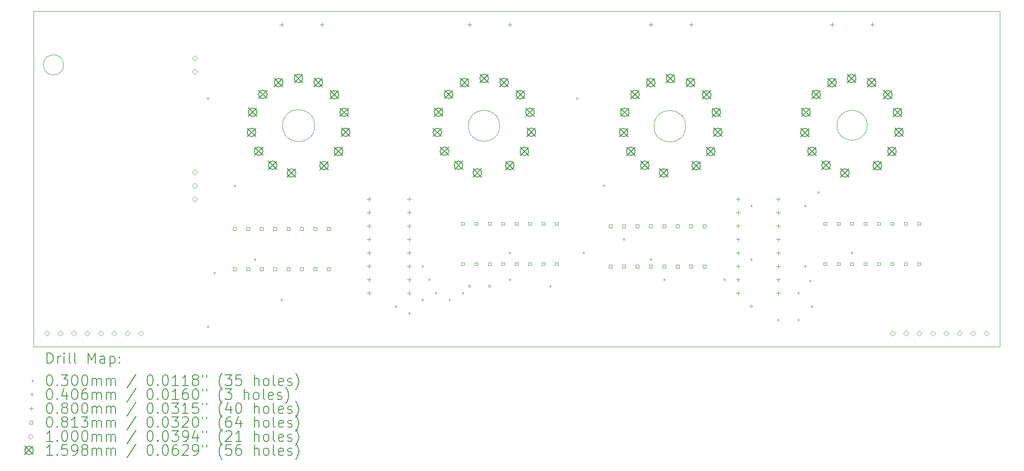
<source format=gbr>
%TF.GenerationSoftware,KiCad,Pcbnew,7.0.11+dfsg-1*%
%TF.CreationDate,2024-03-19T11:47:42-04:00*%
%TF.ProjectId,clock,636c6f63-6b2e-46b6-9963-61645f706362,rev?*%
%TF.SameCoordinates,Original*%
%TF.FileFunction,Drillmap*%
%TF.FilePolarity,Positive*%
%FSLAX45Y45*%
G04 Gerber Fmt 4.5, Leading zero omitted, Abs format (unit mm)*
G04 Created by KiCad (PCBNEW 7.0.11+dfsg-1) date 2024-03-19 11:47:42*
%MOMM*%
%LPD*%
G01*
G04 APERTURE LIST*
%ADD10C,0.050000*%
%ADD11C,0.100000*%
%ADD12C,0.200000*%
%ADD13C,0.159766*%
G04 APERTURE END LIST*
D10*
X20478255Y-6858000D02*
G75*
G03*
X19907745Y-6858000I-285255J0D01*
G01*
X19907745Y-6858000D02*
G75*
G03*
X20478255Y-6858000I285255J0D01*
G01*
D11*
X5270500Y-5715000D02*
G75*
G03*
X4889500Y-5715000I-190500J0D01*
G01*
X4889500Y-5715000D02*
G75*
G03*
X5270500Y-5715000I190500J0D01*
G01*
D10*
X17043327Y-6876301D02*
G75*
G03*
X16443706Y-6876301I-299810J0D01*
G01*
X16443706Y-6876301D02*
G75*
G03*
X17043327Y-6876301I299810J0D01*
G01*
X13522641Y-6867301D02*
G75*
G03*
X12932114Y-6867301I-295264J0D01*
G01*
X12932114Y-6867301D02*
G75*
G03*
X13522641Y-6867301I295264J0D01*
G01*
X10021761Y-6864401D02*
G75*
G03*
X9414089Y-6864401I-303836J0D01*
G01*
X9414089Y-6864401D02*
G75*
G03*
X10021761Y-6864401I303836J0D01*
G01*
X4699000Y-4699000D02*
X22987000Y-4699000D01*
X22987000Y-11049000D01*
X4699000Y-11049000D01*
X4699000Y-4699000D01*
D12*
D11*
X7986000Y-6335000D02*
X8016000Y-6365000D01*
X8016000Y-6335000D02*
X7986000Y-6365000D01*
X7986000Y-10653000D02*
X8016000Y-10683000D01*
X8016000Y-10653000D02*
X7986000Y-10683000D01*
X8113000Y-9637000D02*
X8143000Y-9667000D01*
X8143000Y-9637000D02*
X8113000Y-9667000D01*
X8494000Y-7986000D02*
X8524000Y-8016000D01*
X8524000Y-7986000D02*
X8494000Y-8016000D01*
X8875000Y-9383000D02*
X8905000Y-9413000D01*
X8905000Y-9383000D02*
X8875000Y-9413000D01*
X9383000Y-10145000D02*
X9413000Y-10175000D01*
X9413000Y-10145000D02*
X9383000Y-10175000D01*
X11542000Y-10272000D02*
X11572000Y-10302000D01*
X11572000Y-10272000D02*
X11542000Y-10302000D01*
X11796000Y-10399000D02*
X11826000Y-10429000D01*
X11826000Y-10399000D02*
X11796000Y-10429000D01*
X12050000Y-9510000D02*
X12080000Y-9540000D01*
X12080000Y-9510000D02*
X12050000Y-9540000D01*
X12050000Y-10145000D02*
X12080000Y-10175000D01*
X12080000Y-10145000D02*
X12050000Y-10175000D01*
X12177000Y-9764000D02*
X12207000Y-9794000D01*
X12207000Y-9764000D02*
X12177000Y-9794000D01*
X12304000Y-10018000D02*
X12334000Y-10048000D01*
X12334000Y-10018000D02*
X12304000Y-10048000D01*
X12558000Y-10145000D02*
X12588000Y-10175000D01*
X12588000Y-10145000D02*
X12558000Y-10175000D01*
X12812000Y-10018000D02*
X12842000Y-10048000D01*
X12842000Y-10018000D02*
X12812000Y-10048000D01*
X13701000Y-9256000D02*
X13731000Y-9286000D01*
X13731000Y-9256000D02*
X13701000Y-9286000D01*
X13701000Y-9764000D02*
X13731000Y-9794000D01*
X13731000Y-9764000D02*
X13701000Y-9794000D01*
X14463000Y-9891000D02*
X14493000Y-9921000D01*
X14493000Y-9891000D02*
X14463000Y-9921000D01*
X14971000Y-6335000D02*
X15001000Y-6365000D01*
X15001000Y-6335000D02*
X14971000Y-6365000D01*
X15098000Y-9256000D02*
X15128000Y-9286000D01*
X15128000Y-9256000D02*
X15098000Y-9286000D01*
X15479000Y-7986000D02*
X15509000Y-8016000D01*
X15509000Y-7986000D02*
X15479000Y-8016000D01*
X15860000Y-9002000D02*
X15890000Y-9032000D01*
X15890000Y-9002000D02*
X15860000Y-9032000D01*
X16368000Y-9383000D02*
X16398000Y-9413000D01*
X16398000Y-9383000D02*
X16368000Y-9413000D01*
X16622000Y-9764000D02*
X16652000Y-9794000D01*
X16652000Y-9764000D02*
X16622000Y-9794000D01*
X17765000Y-9764000D02*
X17795000Y-9794000D01*
X17795000Y-9764000D02*
X17765000Y-9794000D01*
X18273000Y-8367000D02*
X18303000Y-8397000D01*
X18303000Y-8367000D02*
X18273000Y-8397000D01*
X18273000Y-9383000D02*
X18303000Y-9413000D01*
X18303000Y-9383000D02*
X18273000Y-9413000D01*
X18781000Y-10526000D02*
X18811000Y-10556000D01*
X18811000Y-10526000D02*
X18781000Y-10556000D01*
X19162000Y-10018000D02*
X19192000Y-10048000D01*
X19192000Y-10018000D02*
X19162000Y-10048000D01*
X19162000Y-10526000D02*
X19192000Y-10556000D01*
X19192000Y-10526000D02*
X19162000Y-10556000D01*
X19289000Y-8367000D02*
X19319000Y-8397000D01*
X19319000Y-8367000D02*
X19289000Y-8397000D01*
X19289000Y-9510000D02*
X19319000Y-9540000D01*
X19319000Y-9510000D02*
X19289000Y-9540000D01*
X19380677Y-9786919D02*
X19410677Y-9816919D01*
X19410677Y-9786919D02*
X19380677Y-9816919D01*
X19416000Y-10272000D02*
X19446000Y-10302000D01*
X19446000Y-10272000D02*
X19416000Y-10302000D01*
X19543000Y-8113000D02*
X19573000Y-8143000D01*
X19573000Y-8113000D02*
X19543000Y-8143000D01*
X20178000Y-9256000D02*
X20208000Y-9286000D01*
X20208000Y-9256000D02*
X20178000Y-9286000D01*
X12974320Y-9906000D02*
G75*
G03*
X12933680Y-9906000I-20320J0D01*
G01*
X12933680Y-9906000D02*
G75*
G03*
X12974320Y-9906000I20320J0D01*
G01*
X13355320Y-9906000D02*
G75*
G03*
X13314680Y-9906000I-20320J0D01*
G01*
X13314680Y-9906000D02*
G75*
G03*
X13355320Y-9906000I20320J0D01*
G01*
X18308319Y-10287000D02*
G75*
G03*
X18267679Y-10287000I-20320J0D01*
G01*
X18267679Y-10287000D02*
G75*
G03*
X18308319Y-10287000I20320J0D01*
G01*
X9398000Y-4913000D02*
X9398000Y-4993000D01*
X9358000Y-4953000D02*
X9438000Y-4953000D01*
X10160000Y-4913000D02*
X10160000Y-4993000D01*
X10120000Y-4953000D02*
X10200000Y-4953000D01*
X11049000Y-8215000D02*
X11049000Y-8295000D01*
X11009000Y-8255000D02*
X11089000Y-8255000D01*
X11049000Y-8469000D02*
X11049000Y-8549000D01*
X11009000Y-8509000D02*
X11089000Y-8509000D01*
X11049000Y-8723000D02*
X11049000Y-8803000D01*
X11009000Y-8763000D02*
X11089000Y-8763000D01*
X11049000Y-8977000D02*
X11049000Y-9057000D01*
X11009000Y-9017000D02*
X11089000Y-9017000D01*
X11049000Y-9231000D02*
X11049000Y-9311000D01*
X11009000Y-9271000D02*
X11089000Y-9271000D01*
X11049000Y-9485000D02*
X11049000Y-9565000D01*
X11009000Y-9525000D02*
X11089000Y-9525000D01*
X11049000Y-9739000D02*
X11049000Y-9819000D01*
X11009000Y-9779000D02*
X11089000Y-9779000D01*
X11049000Y-9993000D02*
X11049000Y-10073000D01*
X11009000Y-10033000D02*
X11089000Y-10033000D01*
X11811000Y-8215000D02*
X11811000Y-8295000D01*
X11771000Y-8255000D02*
X11851000Y-8255000D01*
X11811000Y-8469000D02*
X11811000Y-8549000D01*
X11771000Y-8509000D02*
X11851000Y-8509000D01*
X11811000Y-8723000D02*
X11811000Y-8803000D01*
X11771000Y-8763000D02*
X11851000Y-8763000D01*
X11811000Y-8977000D02*
X11811000Y-9057000D01*
X11771000Y-9017000D02*
X11851000Y-9017000D01*
X11811000Y-9231000D02*
X11811000Y-9311000D01*
X11771000Y-9271000D02*
X11851000Y-9271000D01*
X11811000Y-9485000D02*
X11811000Y-9565000D01*
X11771000Y-9525000D02*
X11851000Y-9525000D01*
X11811000Y-9739000D02*
X11811000Y-9819000D01*
X11771000Y-9779000D02*
X11851000Y-9779000D01*
X11811000Y-9993000D02*
X11811000Y-10073000D01*
X11771000Y-10033000D02*
X11851000Y-10033000D01*
X12954000Y-4913000D02*
X12954000Y-4993000D01*
X12914000Y-4953000D02*
X12994000Y-4953000D01*
X13716000Y-4913000D02*
X13716000Y-4993000D01*
X13676000Y-4953000D02*
X13756000Y-4953000D01*
X16383000Y-4913000D02*
X16383000Y-4993000D01*
X16343000Y-4953000D02*
X16423000Y-4953000D01*
X17145000Y-4913000D02*
X17145000Y-4993000D01*
X17105000Y-4953000D02*
X17185000Y-4953000D01*
X18035000Y-8216500D02*
X18035000Y-8296500D01*
X17995000Y-8256500D02*
X18075000Y-8256500D01*
X18035000Y-8470500D02*
X18035000Y-8550500D01*
X17995000Y-8510500D02*
X18075000Y-8510500D01*
X18035000Y-8724500D02*
X18035000Y-8804500D01*
X17995000Y-8764500D02*
X18075000Y-8764500D01*
X18035000Y-8978500D02*
X18035000Y-9058500D01*
X17995000Y-9018500D02*
X18075000Y-9018500D01*
X18035000Y-9232500D02*
X18035000Y-9312500D01*
X17995000Y-9272500D02*
X18075000Y-9272500D01*
X18035000Y-9486500D02*
X18035000Y-9566500D01*
X17995000Y-9526500D02*
X18075000Y-9526500D01*
X18035000Y-9740500D02*
X18035000Y-9820500D01*
X17995000Y-9780500D02*
X18075000Y-9780500D01*
X18035000Y-9994500D02*
X18035000Y-10074500D01*
X17995000Y-10034500D02*
X18075000Y-10034500D01*
X18797000Y-8216500D02*
X18797000Y-8296500D01*
X18757000Y-8256500D02*
X18837000Y-8256500D01*
X18797000Y-8470500D02*
X18797000Y-8550500D01*
X18757000Y-8510500D02*
X18837000Y-8510500D01*
X18797000Y-8724500D02*
X18797000Y-8804500D01*
X18757000Y-8764500D02*
X18837000Y-8764500D01*
X18797000Y-8978500D02*
X18797000Y-9058500D01*
X18757000Y-9018500D02*
X18837000Y-9018500D01*
X18797000Y-9232500D02*
X18797000Y-9312500D01*
X18757000Y-9272500D02*
X18837000Y-9272500D01*
X18797000Y-9486500D02*
X18797000Y-9566500D01*
X18757000Y-9526500D02*
X18837000Y-9526500D01*
X18797000Y-9740500D02*
X18797000Y-9820500D01*
X18757000Y-9780500D02*
X18837000Y-9780500D01*
X18797000Y-9994500D02*
X18797000Y-10074500D01*
X18757000Y-10034500D02*
X18837000Y-10034500D01*
X19812000Y-4913000D02*
X19812000Y-4993000D01*
X19772000Y-4953000D02*
X19852000Y-4953000D01*
X20574000Y-4913000D02*
X20574000Y-4993000D01*
X20534000Y-4953000D02*
X20614000Y-4953000D01*
X8537737Y-8847737D02*
X8537737Y-8790263D01*
X8480263Y-8790263D01*
X8480263Y-8847737D01*
X8537737Y-8847737D01*
X8537737Y-9609737D02*
X8537737Y-9552263D01*
X8480263Y-9552263D01*
X8480263Y-9609737D01*
X8537737Y-9609737D01*
X8791737Y-8847737D02*
X8791737Y-8790263D01*
X8734263Y-8790263D01*
X8734263Y-8847737D01*
X8791737Y-8847737D01*
X8791737Y-9609737D02*
X8791737Y-9552263D01*
X8734263Y-9552263D01*
X8734263Y-9609737D01*
X8791737Y-9609737D01*
X9045737Y-8847737D02*
X9045737Y-8790263D01*
X8988263Y-8790263D01*
X8988263Y-8847737D01*
X9045737Y-8847737D01*
X9045737Y-9609737D02*
X9045737Y-9552263D01*
X8988263Y-9552263D01*
X8988263Y-9609737D01*
X9045737Y-9609737D01*
X9299737Y-8847737D02*
X9299737Y-8790263D01*
X9242263Y-8790263D01*
X9242263Y-8847737D01*
X9299737Y-8847737D01*
X9299737Y-9609737D02*
X9299737Y-9552263D01*
X9242263Y-9552263D01*
X9242263Y-9609737D01*
X9299737Y-9609737D01*
X9553737Y-8847737D02*
X9553737Y-8790263D01*
X9496263Y-8790263D01*
X9496263Y-8847737D01*
X9553737Y-8847737D01*
X9553737Y-9609737D02*
X9553737Y-9552263D01*
X9496263Y-9552263D01*
X9496263Y-9609737D01*
X9553737Y-9609737D01*
X9807737Y-8847737D02*
X9807737Y-8790263D01*
X9750263Y-8790263D01*
X9750263Y-8847737D01*
X9807737Y-8847737D01*
X9807737Y-9609737D02*
X9807737Y-9552263D01*
X9750263Y-9552263D01*
X9750263Y-9609737D01*
X9807737Y-9609737D01*
X10061737Y-8847737D02*
X10061737Y-8790263D01*
X10004263Y-8790263D01*
X10004263Y-8847737D01*
X10061737Y-8847737D01*
X10061737Y-9609737D02*
X10061737Y-9552263D01*
X10004263Y-9552263D01*
X10004263Y-9609737D01*
X10061737Y-9609737D01*
X10315737Y-8847737D02*
X10315737Y-8790263D01*
X10258263Y-8790263D01*
X10258263Y-8847737D01*
X10315737Y-8847737D01*
X10315737Y-9609737D02*
X10315737Y-9552263D01*
X10258263Y-9552263D01*
X10258263Y-9609737D01*
X10315737Y-9609737D01*
X12855737Y-8747737D02*
X12855737Y-8690263D01*
X12798263Y-8690263D01*
X12798263Y-8747737D01*
X12855737Y-8747737D01*
X12855737Y-9509737D02*
X12855737Y-9452263D01*
X12798263Y-9452263D01*
X12798263Y-9509737D01*
X12855737Y-9509737D01*
X13109737Y-8747737D02*
X13109737Y-8690263D01*
X13052263Y-8690263D01*
X13052263Y-8747737D01*
X13109737Y-8747737D01*
X13109737Y-9509737D02*
X13109737Y-9452263D01*
X13052263Y-9452263D01*
X13052263Y-9509737D01*
X13109737Y-9509737D01*
X13363737Y-8747737D02*
X13363737Y-8690263D01*
X13306263Y-8690263D01*
X13306263Y-8747737D01*
X13363737Y-8747737D01*
X13363737Y-9509737D02*
X13363737Y-9452263D01*
X13306263Y-9452263D01*
X13306263Y-9509737D01*
X13363737Y-9509737D01*
X13617737Y-8747737D02*
X13617737Y-8690263D01*
X13560263Y-8690263D01*
X13560263Y-8747737D01*
X13617737Y-8747737D01*
X13617737Y-9509737D02*
X13617737Y-9452263D01*
X13560263Y-9452263D01*
X13560263Y-9509737D01*
X13617737Y-9509737D01*
X13871737Y-8747737D02*
X13871737Y-8690263D01*
X13814263Y-8690263D01*
X13814263Y-8747737D01*
X13871737Y-8747737D01*
X13871737Y-9509737D02*
X13871737Y-9452263D01*
X13814263Y-9452263D01*
X13814263Y-9509737D01*
X13871737Y-9509737D01*
X14125737Y-8747737D02*
X14125737Y-8690263D01*
X14068263Y-8690263D01*
X14068263Y-8747737D01*
X14125737Y-8747737D01*
X14125737Y-9509737D02*
X14125737Y-9452263D01*
X14068263Y-9452263D01*
X14068263Y-9509737D01*
X14125737Y-9509737D01*
X14379737Y-8747737D02*
X14379737Y-8690263D01*
X14322263Y-8690263D01*
X14322263Y-8747737D01*
X14379737Y-8747737D01*
X14379737Y-9509737D02*
X14379737Y-9452263D01*
X14322263Y-9452263D01*
X14322263Y-9509737D01*
X14379737Y-9509737D01*
X14633737Y-8747737D02*
X14633737Y-8690263D01*
X14576263Y-8690263D01*
X14576263Y-8747737D01*
X14633737Y-8747737D01*
X14633737Y-9509737D02*
X14633737Y-9452263D01*
X14576263Y-9452263D01*
X14576263Y-9509737D01*
X14633737Y-9509737D01*
X15649737Y-8791737D02*
X15649737Y-8734263D01*
X15592263Y-8734263D01*
X15592263Y-8791737D01*
X15649737Y-8791737D01*
X15649737Y-9553737D02*
X15649737Y-9496263D01*
X15592263Y-9496263D01*
X15592263Y-9553737D01*
X15649737Y-9553737D01*
X15903737Y-8791737D02*
X15903737Y-8734263D01*
X15846263Y-8734263D01*
X15846263Y-8791737D01*
X15903737Y-8791737D01*
X15903737Y-9553737D02*
X15903737Y-9496263D01*
X15846263Y-9496263D01*
X15846263Y-9553737D01*
X15903737Y-9553737D01*
X16157737Y-8791737D02*
X16157737Y-8734263D01*
X16100263Y-8734263D01*
X16100263Y-8791737D01*
X16157737Y-8791737D01*
X16157737Y-9553737D02*
X16157737Y-9496263D01*
X16100263Y-9496263D01*
X16100263Y-9553737D01*
X16157737Y-9553737D01*
X16411737Y-8791737D02*
X16411737Y-8734263D01*
X16354263Y-8734263D01*
X16354263Y-8791737D01*
X16411737Y-8791737D01*
X16411737Y-9553737D02*
X16411737Y-9496263D01*
X16354263Y-9496263D01*
X16354263Y-9553737D01*
X16411737Y-9553737D01*
X16665737Y-8791737D02*
X16665737Y-8734263D01*
X16608263Y-8734263D01*
X16608263Y-8791737D01*
X16665737Y-8791737D01*
X16665737Y-9553737D02*
X16665737Y-9496263D01*
X16608263Y-9496263D01*
X16608263Y-9553737D01*
X16665737Y-9553737D01*
X16919737Y-8791737D02*
X16919737Y-8734263D01*
X16862263Y-8734263D01*
X16862263Y-8791737D01*
X16919737Y-8791737D01*
X16919737Y-9553737D02*
X16919737Y-9496263D01*
X16862263Y-9496263D01*
X16862263Y-9553737D01*
X16919737Y-9553737D01*
X17173737Y-8791737D02*
X17173737Y-8734263D01*
X17116263Y-8734263D01*
X17116263Y-8791737D01*
X17173737Y-8791737D01*
X17173737Y-9553737D02*
X17173737Y-9496263D01*
X17116263Y-9496263D01*
X17116263Y-9553737D01*
X17173737Y-9553737D01*
X17427737Y-8791737D02*
X17427737Y-8734263D01*
X17370263Y-8734263D01*
X17370263Y-8791737D01*
X17427737Y-8791737D01*
X17427737Y-9553737D02*
X17427737Y-9496263D01*
X17370263Y-9496263D01*
X17370263Y-9553737D01*
X17427737Y-9553737D01*
X19713737Y-8747737D02*
X19713737Y-8690263D01*
X19656263Y-8690263D01*
X19656263Y-8747737D01*
X19713737Y-8747737D01*
X19713737Y-9509737D02*
X19713737Y-9452263D01*
X19656263Y-9452263D01*
X19656263Y-9509737D01*
X19713737Y-9509737D01*
X19967737Y-8747737D02*
X19967737Y-8690263D01*
X19910263Y-8690263D01*
X19910263Y-8747737D01*
X19967737Y-8747737D01*
X19967737Y-9509737D02*
X19967737Y-9452263D01*
X19910263Y-9452263D01*
X19910263Y-9509737D01*
X19967737Y-9509737D01*
X20221737Y-8747737D02*
X20221737Y-8690263D01*
X20164263Y-8690263D01*
X20164263Y-8747737D01*
X20221737Y-8747737D01*
X20221737Y-9509737D02*
X20221737Y-9452263D01*
X20164263Y-9452263D01*
X20164263Y-9509737D01*
X20221737Y-9509737D01*
X20475737Y-8747737D02*
X20475737Y-8690263D01*
X20418263Y-8690263D01*
X20418263Y-8747737D01*
X20475737Y-8747737D01*
X20475737Y-9509737D02*
X20475737Y-9452263D01*
X20418263Y-9452263D01*
X20418263Y-9509737D01*
X20475737Y-9509737D01*
X20729737Y-8747737D02*
X20729737Y-8690263D01*
X20672263Y-8690263D01*
X20672263Y-8747737D01*
X20729737Y-8747737D01*
X20729737Y-9509737D02*
X20729737Y-9452263D01*
X20672263Y-9452263D01*
X20672263Y-9509737D01*
X20729737Y-9509737D01*
X20983737Y-8747737D02*
X20983737Y-8690263D01*
X20926263Y-8690263D01*
X20926263Y-8747737D01*
X20983737Y-8747737D01*
X20983737Y-9509737D02*
X20983737Y-9452263D01*
X20926263Y-9452263D01*
X20926263Y-9509737D01*
X20983737Y-9509737D01*
X21237737Y-8747737D02*
X21237737Y-8690263D01*
X21180263Y-8690263D01*
X21180263Y-8747737D01*
X21237737Y-8747737D01*
X21237737Y-9509737D02*
X21237737Y-9452263D01*
X21180263Y-9452263D01*
X21180263Y-9509737D01*
X21237737Y-9509737D01*
X21491737Y-8747737D02*
X21491737Y-8690263D01*
X21434263Y-8690263D01*
X21434263Y-8747737D01*
X21491737Y-8747737D01*
X21491737Y-9509737D02*
X21491737Y-9452263D01*
X21434263Y-9452263D01*
X21434263Y-9509737D01*
X21491737Y-9509737D01*
X4953000Y-10845000D02*
X5003000Y-10795000D01*
X4953000Y-10745000D01*
X4903000Y-10795000D01*
X4953000Y-10845000D01*
X5207000Y-10845000D02*
X5257000Y-10795000D01*
X5207000Y-10745000D01*
X5157000Y-10795000D01*
X5207000Y-10845000D01*
X5461000Y-10845000D02*
X5511000Y-10795000D01*
X5461000Y-10745000D01*
X5411000Y-10795000D01*
X5461000Y-10845000D01*
X5715000Y-10845000D02*
X5765000Y-10795000D01*
X5715000Y-10745000D01*
X5665000Y-10795000D01*
X5715000Y-10845000D01*
X5969000Y-10845000D02*
X6019000Y-10795000D01*
X5969000Y-10745000D01*
X5919000Y-10795000D01*
X5969000Y-10845000D01*
X6223000Y-10845000D02*
X6273000Y-10795000D01*
X6223000Y-10745000D01*
X6173000Y-10795000D01*
X6223000Y-10845000D01*
X6477000Y-10845000D02*
X6527000Y-10795000D01*
X6477000Y-10745000D01*
X6427000Y-10795000D01*
X6477000Y-10845000D01*
X6731000Y-10845000D02*
X6781000Y-10795000D01*
X6731000Y-10745000D01*
X6681000Y-10795000D01*
X6731000Y-10845000D01*
X7747000Y-5638000D02*
X7797000Y-5588000D01*
X7747000Y-5538000D01*
X7697000Y-5588000D01*
X7747000Y-5638000D01*
X7747000Y-5892000D02*
X7797000Y-5842000D01*
X7747000Y-5792000D01*
X7697000Y-5842000D01*
X7747000Y-5892000D01*
X7747000Y-7797000D02*
X7797000Y-7747000D01*
X7747000Y-7697000D01*
X7697000Y-7747000D01*
X7747000Y-7797000D01*
X7747000Y-8051000D02*
X7797000Y-8001000D01*
X7747000Y-7951000D01*
X7697000Y-8001000D01*
X7747000Y-8051000D01*
X7747000Y-8305000D02*
X7797000Y-8255000D01*
X7747000Y-8205000D01*
X7697000Y-8255000D01*
X7747000Y-8305000D01*
X20955000Y-10845000D02*
X21005000Y-10795000D01*
X20955000Y-10745000D01*
X20905000Y-10795000D01*
X20955000Y-10845000D01*
X21209000Y-10845000D02*
X21259000Y-10795000D01*
X21209000Y-10745000D01*
X21159000Y-10795000D01*
X21209000Y-10845000D01*
X21463000Y-10845000D02*
X21513000Y-10795000D01*
X21463000Y-10745000D01*
X21413000Y-10795000D01*
X21463000Y-10845000D01*
X21717000Y-10845000D02*
X21767000Y-10795000D01*
X21717000Y-10745000D01*
X21667000Y-10795000D01*
X21717000Y-10845000D01*
X21971000Y-10845000D02*
X22021000Y-10795000D01*
X21971000Y-10745000D01*
X21921000Y-10795000D01*
X21971000Y-10845000D01*
X22225000Y-10845000D02*
X22275000Y-10795000D01*
X22225000Y-10745000D01*
X22175000Y-10795000D01*
X22225000Y-10845000D01*
X22479000Y-10845000D02*
X22529000Y-10795000D01*
X22479000Y-10745000D01*
X22429000Y-10795000D01*
X22479000Y-10845000D01*
X22733000Y-10845000D02*
X22783000Y-10795000D01*
X22733000Y-10745000D01*
X22683000Y-10795000D01*
X22733000Y-10845000D01*
D13*
X8747095Y-6912225D02*
X8906861Y-7071991D01*
X8906861Y-6912225D02*
X8747095Y-7071991D01*
X8906861Y-6992108D02*
G75*
G03*
X8747095Y-6992108I-79883J0D01*
G01*
X8747095Y-6992108D02*
G75*
G03*
X8906861Y-6992108I79883J0D01*
G01*
X8769955Y-6530463D02*
X8929721Y-6690229D01*
X8929721Y-6530463D02*
X8769955Y-6690229D01*
X8929721Y-6610346D02*
G75*
G03*
X8769955Y-6610346I-79883J0D01*
G01*
X8769955Y-6610346D02*
G75*
G03*
X8929721Y-6610346I79883J0D01*
G01*
X8882985Y-7268333D02*
X9042751Y-7428099D01*
X9042751Y-7268333D02*
X8882985Y-7428099D01*
X9042751Y-7348216D02*
G75*
G03*
X8882985Y-7348216I-79883J0D01*
G01*
X8882985Y-7348216D02*
G75*
G03*
X9042751Y-7348216I79883J0D01*
G01*
X8962487Y-6192389D02*
X9122253Y-6352155D01*
X9122253Y-6192389D02*
X8962487Y-6352155D01*
X9122253Y-6272272D02*
G75*
G03*
X8962487Y-6272272I-79883J0D01*
G01*
X8962487Y-6272272D02*
G75*
G03*
X9122253Y-6272272I79883J0D01*
G01*
X9148923Y-7534017D02*
X9308689Y-7693783D01*
X9308689Y-7534017D02*
X9148923Y-7693783D01*
X9308689Y-7613900D02*
G75*
G03*
X9148923Y-7613900I-79883J0D01*
G01*
X9148923Y-7613900D02*
G75*
G03*
X9308689Y-7613900I79883J0D01*
G01*
X9261445Y-5968869D02*
X9421211Y-6128635D01*
X9421211Y-5968869D02*
X9261445Y-6128635D01*
X9421211Y-6048752D02*
G75*
G03*
X9261445Y-6048752I-79883J0D01*
G01*
X9261445Y-6048752D02*
G75*
G03*
X9421211Y-6048752I79883J0D01*
G01*
X9504523Y-7679559D02*
X9664289Y-7839325D01*
X9664289Y-7679559D02*
X9504523Y-7839325D01*
X9664289Y-7759442D02*
G75*
G03*
X9504523Y-7759442I-79883J0D01*
G01*
X9504523Y-7759442D02*
G75*
G03*
X9664289Y-7759442I79883J0D01*
G01*
X9634571Y-5890383D02*
X9794337Y-6050149D01*
X9794337Y-5890383D02*
X9634571Y-6050149D01*
X9794337Y-5970266D02*
G75*
G03*
X9634571Y-5970266I-79883J0D01*
G01*
X9634571Y-5970266D02*
G75*
G03*
X9794337Y-5970266I79883J0D01*
G01*
X10011253Y-5967091D02*
X10171019Y-6126857D01*
X10171019Y-5967091D02*
X10011253Y-6126857D01*
X10171019Y-6046974D02*
G75*
G03*
X10011253Y-6046974I-79883J0D01*
G01*
X10011253Y-6046974D02*
G75*
G03*
X10171019Y-6046974I79883J0D01*
G01*
X10119965Y-7540113D02*
X10279731Y-7699879D01*
X10279731Y-7540113D02*
X10119965Y-7699879D01*
X10279731Y-7619996D02*
G75*
G03*
X10119965Y-7619996I-79883J0D01*
G01*
X10119965Y-7619996D02*
G75*
G03*
X10279731Y-7619996I79883J0D01*
G01*
X10319355Y-6199501D02*
X10479121Y-6359267D01*
X10479121Y-6199501D02*
X10319355Y-6359267D01*
X10479121Y-6279384D02*
G75*
G03*
X10319355Y-6279384I-79883J0D01*
G01*
X10319355Y-6279384D02*
G75*
G03*
X10479121Y-6279384I79883J0D01*
G01*
X10395301Y-7271381D02*
X10555067Y-7431147D01*
X10555067Y-7271381D02*
X10395301Y-7431147D01*
X10555067Y-7351264D02*
G75*
G03*
X10395301Y-7351264I-79883J0D01*
G01*
X10395301Y-7351264D02*
G75*
G03*
X10555067Y-7351264I79883J0D01*
G01*
X10500711Y-6531733D02*
X10660477Y-6691499D01*
X10660477Y-6531733D02*
X10500711Y-6691499D01*
X10660477Y-6611616D02*
G75*
G03*
X10500711Y-6611616I-79883J0D01*
G01*
X10500711Y-6611616D02*
G75*
G03*
X10660477Y-6611616I79883J0D01*
G01*
X10528397Y-6909177D02*
X10688163Y-7068943D01*
X10688163Y-6909177D02*
X10528397Y-7068943D01*
X10688163Y-6989060D02*
G75*
G03*
X10528397Y-6989060I-79883J0D01*
G01*
X10528397Y-6989060D02*
G75*
G03*
X10688163Y-6989060I79883J0D01*
G01*
X12263505Y-6912225D02*
X12423271Y-7071991D01*
X12423271Y-6912225D02*
X12263505Y-7071991D01*
X12423271Y-6992108D02*
G75*
G03*
X12263505Y-6992108I-79883J0D01*
G01*
X12263505Y-6992108D02*
G75*
G03*
X12423271Y-6992108I79883J0D01*
G01*
X12286365Y-6530463D02*
X12446131Y-6690229D01*
X12446131Y-6530463D02*
X12286365Y-6690229D01*
X12446131Y-6610346D02*
G75*
G03*
X12286365Y-6610346I-79883J0D01*
G01*
X12286365Y-6610346D02*
G75*
G03*
X12446131Y-6610346I79883J0D01*
G01*
X12399395Y-7268333D02*
X12559161Y-7428099D01*
X12559161Y-7268333D02*
X12399395Y-7428099D01*
X12559161Y-7348216D02*
G75*
G03*
X12399395Y-7348216I-79883J0D01*
G01*
X12399395Y-7348216D02*
G75*
G03*
X12559161Y-7348216I79883J0D01*
G01*
X12478897Y-6192389D02*
X12638663Y-6352155D01*
X12638663Y-6192389D02*
X12478897Y-6352155D01*
X12638663Y-6272272D02*
G75*
G03*
X12478897Y-6272272I-79883J0D01*
G01*
X12478897Y-6272272D02*
G75*
G03*
X12638663Y-6272272I79883J0D01*
G01*
X12665333Y-7534017D02*
X12825099Y-7693783D01*
X12825099Y-7534017D02*
X12665333Y-7693783D01*
X12825099Y-7613900D02*
G75*
G03*
X12665333Y-7613900I-79883J0D01*
G01*
X12665333Y-7613900D02*
G75*
G03*
X12825099Y-7613900I79883J0D01*
G01*
X12777855Y-5968869D02*
X12937621Y-6128635D01*
X12937621Y-5968869D02*
X12777855Y-6128635D01*
X12937621Y-6048752D02*
G75*
G03*
X12777855Y-6048752I-79883J0D01*
G01*
X12777855Y-6048752D02*
G75*
G03*
X12937621Y-6048752I79883J0D01*
G01*
X13020933Y-7679559D02*
X13180699Y-7839325D01*
X13180699Y-7679559D02*
X13020933Y-7839325D01*
X13180699Y-7759442D02*
G75*
G03*
X13020933Y-7759442I-79883J0D01*
G01*
X13020933Y-7759442D02*
G75*
G03*
X13180699Y-7759442I79883J0D01*
G01*
X13150981Y-5890383D02*
X13310747Y-6050149D01*
X13310747Y-5890383D02*
X13150981Y-6050149D01*
X13310747Y-5970266D02*
G75*
G03*
X13150981Y-5970266I-79883J0D01*
G01*
X13150981Y-5970266D02*
G75*
G03*
X13310747Y-5970266I79883J0D01*
G01*
X13527663Y-5967091D02*
X13687429Y-6126857D01*
X13687429Y-5967091D02*
X13527663Y-6126857D01*
X13687429Y-6046974D02*
G75*
G03*
X13527663Y-6046974I-79883J0D01*
G01*
X13527663Y-6046974D02*
G75*
G03*
X13687429Y-6046974I79883J0D01*
G01*
X13636375Y-7540113D02*
X13796141Y-7699879D01*
X13796141Y-7540113D02*
X13636375Y-7699879D01*
X13796141Y-7619996D02*
G75*
G03*
X13636375Y-7619996I-79883J0D01*
G01*
X13636375Y-7619996D02*
G75*
G03*
X13796141Y-7619996I79883J0D01*
G01*
X13835765Y-6199501D02*
X13995531Y-6359267D01*
X13995531Y-6199501D02*
X13835765Y-6359267D01*
X13995531Y-6279384D02*
G75*
G03*
X13835765Y-6279384I-79883J0D01*
G01*
X13835765Y-6279384D02*
G75*
G03*
X13995531Y-6279384I79883J0D01*
G01*
X13911711Y-7271381D02*
X14071477Y-7431147D01*
X14071477Y-7271381D02*
X13911711Y-7431147D01*
X14071477Y-7351264D02*
G75*
G03*
X13911711Y-7351264I-79883J0D01*
G01*
X13911711Y-7351264D02*
G75*
G03*
X14071477Y-7351264I79883J0D01*
G01*
X14017121Y-6531733D02*
X14176887Y-6691499D01*
X14176887Y-6531733D02*
X14017121Y-6691499D01*
X14176887Y-6611616D02*
G75*
G03*
X14017121Y-6611616I-79883J0D01*
G01*
X14017121Y-6611616D02*
G75*
G03*
X14176887Y-6611616I79883J0D01*
G01*
X14044807Y-6909177D02*
X14204573Y-7068943D01*
X14204573Y-6909177D02*
X14044807Y-7068943D01*
X14204573Y-6989060D02*
G75*
G03*
X14044807Y-6989060I-79883J0D01*
G01*
X14044807Y-6989060D02*
G75*
G03*
X14204573Y-6989060I79883J0D01*
G01*
X15790545Y-6913245D02*
X15950311Y-7073011D01*
X15950311Y-6913245D02*
X15790545Y-7073011D01*
X15950311Y-6993128D02*
G75*
G03*
X15790545Y-6993128I-79883J0D01*
G01*
X15790545Y-6993128D02*
G75*
G03*
X15950311Y-6993128I79883J0D01*
G01*
X15813405Y-6531483D02*
X15973171Y-6691249D01*
X15973171Y-6531483D02*
X15813405Y-6691249D01*
X15973171Y-6611366D02*
G75*
G03*
X15813405Y-6611366I-79883J0D01*
G01*
X15813405Y-6611366D02*
G75*
G03*
X15973171Y-6611366I79883J0D01*
G01*
X15926435Y-7269353D02*
X16086201Y-7429119D01*
X16086201Y-7269353D02*
X15926435Y-7429119D01*
X16086201Y-7349236D02*
G75*
G03*
X15926435Y-7349236I-79883J0D01*
G01*
X15926435Y-7349236D02*
G75*
G03*
X16086201Y-7349236I79883J0D01*
G01*
X16005937Y-6193409D02*
X16165703Y-6353175D01*
X16165703Y-6193409D02*
X16005937Y-6353175D01*
X16165703Y-6273292D02*
G75*
G03*
X16005937Y-6273292I-79883J0D01*
G01*
X16005937Y-6273292D02*
G75*
G03*
X16165703Y-6273292I79883J0D01*
G01*
X16192373Y-7535037D02*
X16352139Y-7694803D01*
X16352139Y-7535037D02*
X16192373Y-7694803D01*
X16352139Y-7614920D02*
G75*
G03*
X16192373Y-7614920I-79883J0D01*
G01*
X16192373Y-7614920D02*
G75*
G03*
X16352139Y-7614920I79883J0D01*
G01*
X16304895Y-5969889D02*
X16464661Y-6129655D01*
X16464661Y-5969889D02*
X16304895Y-6129655D01*
X16464661Y-6049772D02*
G75*
G03*
X16304895Y-6049772I-79883J0D01*
G01*
X16304895Y-6049772D02*
G75*
G03*
X16464661Y-6049772I79883J0D01*
G01*
X16547973Y-7680579D02*
X16707739Y-7840345D01*
X16707739Y-7680579D02*
X16547973Y-7840345D01*
X16707739Y-7760462D02*
G75*
G03*
X16547973Y-7760462I-79883J0D01*
G01*
X16547973Y-7760462D02*
G75*
G03*
X16707739Y-7760462I79883J0D01*
G01*
X16678021Y-5891403D02*
X16837787Y-6051169D01*
X16837787Y-5891403D02*
X16678021Y-6051169D01*
X16837787Y-5971286D02*
G75*
G03*
X16678021Y-5971286I-79883J0D01*
G01*
X16678021Y-5971286D02*
G75*
G03*
X16837787Y-5971286I79883J0D01*
G01*
X17054703Y-5968111D02*
X17214469Y-6127877D01*
X17214469Y-5968111D02*
X17054703Y-6127877D01*
X17214469Y-6047994D02*
G75*
G03*
X17054703Y-6047994I-79883J0D01*
G01*
X17054703Y-6047994D02*
G75*
G03*
X17214469Y-6047994I79883J0D01*
G01*
X17163415Y-7541133D02*
X17323181Y-7700899D01*
X17323181Y-7541133D02*
X17163415Y-7700899D01*
X17323181Y-7621016D02*
G75*
G03*
X17163415Y-7621016I-79883J0D01*
G01*
X17163415Y-7621016D02*
G75*
G03*
X17323181Y-7621016I79883J0D01*
G01*
X17362805Y-6200521D02*
X17522571Y-6360287D01*
X17522571Y-6200521D02*
X17362805Y-6360287D01*
X17522571Y-6280404D02*
G75*
G03*
X17362805Y-6280404I-79883J0D01*
G01*
X17362805Y-6280404D02*
G75*
G03*
X17522571Y-6280404I79883J0D01*
G01*
X17438751Y-7272401D02*
X17598517Y-7432167D01*
X17598517Y-7272401D02*
X17438751Y-7432167D01*
X17598517Y-7352284D02*
G75*
G03*
X17438751Y-7352284I-79883J0D01*
G01*
X17438751Y-7352284D02*
G75*
G03*
X17598517Y-7352284I79883J0D01*
G01*
X17544161Y-6532753D02*
X17703927Y-6692519D01*
X17703927Y-6532753D02*
X17544161Y-6692519D01*
X17703927Y-6612636D02*
G75*
G03*
X17544161Y-6612636I-79883J0D01*
G01*
X17544161Y-6612636D02*
G75*
G03*
X17703927Y-6612636I79883J0D01*
G01*
X17571847Y-6910197D02*
X17731613Y-7069963D01*
X17731613Y-6910197D02*
X17571847Y-7069963D01*
X17731613Y-6990080D02*
G75*
G03*
X17571847Y-6990080I-79883J0D01*
G01*
X17571847Y-6990080D02*
G75*
G03*
X17731613Y-6990080I79883J0D01*
G01*
X19219545Y-6913245D02*
X19379311Y-7073011D01*
X19379311Y-6913245D02*
X19219545Y-7073011D01*
X19379311Y-6993128D02*
G75*
G03*
X19219545Y-6993128I-79883J0D01*
G01*
X19219545Y-6993128D02*
G75*
G03*
X19379311Y-6993128I79883J0D01*
G01*
X19242405Y-6531483D02*
X19402171Y-6691249D01*
X19402171Y-6531483D02*
X19242405Y-6691249D01*
X19402171Y-6611366D02*
G75*
G03*
X19242405Y-6611366I-79883J0D01*
G01*
X19242405Y-6611366D02*
G75*
G03*
X19402171Y-6611366I79883J0D01*
G01*
X19355435Y-7269353D02*
X19515201Y-7429119D01*
X19515201Y-7269353D02*
X19355435Y-7429119D01*
X19515201Y-7349236D02*
G75*
G03*
X19355435Y-7349236I-79883J0D01*
G01*
X19355435Y-7349236D02*
G75*
G03*
X19515201Y-7349236I79883J0D01*
G01*
X19434937Y-6193409D02*
X19594703Y-6353175D01*
X19594703Y-6193409D02*
X19434937Y-6353175D01*
X19594703Y-6273292D02*
G75*
G03*
X19434937Y-6273292I-79883J0D01*
G01*
X19434937Y-6273292D02*
G75*
G03*
X19594703Y-6273292I79883J0D01*
G01*
X19621373Y-7535037D02*
X19781139Y-7694803D01*
X19781139Y-7535037D02*
X19621373Y-7694803D01*
X19781139Y-7614920D02*
G75*
G03*
X19621373Y-7614920I-79883J0D01*
G01*
X19621373Y-7614920D02*
G75*
G03*
X19781139Y-7614920I79883J0D01*
G01*
X19733895Y-5969889D02*
X19893661Y-6129655D01*
X19893661Y-5969889D02*
X19733895Y-6129655D01*
X19893661Y-6049772D02*
G75*
G03*
X19733895Y-6049772I-79883J0D01*
G01*
X19733895Y-6049772D02*
G75*
G03*
X19893661Y-6049772I79883J0D01*
G01*
X19976973Y-7680579D02*
X20136739Y-7840345D01*
X20136739Y-7680579D02*
X19976973Y-7840345D01*
X20136739Y-7760462D02*
G75*
G03*
X19976973Y-7760462I-79883J0D01*
G01*
X19976973Y-7760462D02*
G75*
G03*
X20136739Y-7760462I79883J0D01*
G01*
X20107021Y-5891403D02*
X20266787Y-6051169D01*
X20266787Y-5891403D02*
X20107021Y-6051169D01*
X20266787Y-5971286D02*
G75*
G03*
X20107021Y-5971286I-79883J0D01*
G01*
X20107021Y-5971286D02*
G75*
G03*
X20266787Y-5971286I79883J0D01*
G01*
X20483703Y-5968111D02*
X20643469Y-6127877D01*
X20643469Y-5968111D02*
X20483703Y-6127877D01*
X20643469Y-6047994D02*
G75*
G03*
X20483703Y-6047994I-79883J0D01*
G01*
X20483703Y-6047994D02*
G75*
G03*
X20643469Y-6047994I79883J0D01*
G01*
X20592415Y-7541133D02*
X20752181Y-7700899D01*
X20752181Y-7541133D02*
X20592415Y-7700899D01*
X20752181Y-7621016D02*
G75*
G03*
X20592415Y-7621016I-79883J0D01*
G01*
X20592415Y-7621016D02*
G75*
G03*
X20752181Y-7621016I79883J0D01*
G01*
X20791805Y-6200521D02*
X20951571Y-6360287D01*
X20951571Y-6200521D02*
X20791805Y-6360287D01*
X20951571Y-6280404D02*
G75*
G03*
X20791805Y-6280404I-79883J0D01*
G01*
X20791805Y-6280404D02*
G75*
G03*
X20951571Y-6280404I79883J0D01*
G01*
X20867751Y-7272401D02*
X21027517Y-7432167D01*
X21027517Y-7272401D02*
X20867751Y-7432167D01*
X21027517Y-7352284D02*
G75*
G03*
X20867751Y-7352284I-79883J0D01*
G01*
X20867751Y-7352284D02*
G75*
G03*
X21027517Y-7352284I79883J0D01*
G01*
X20973161Y-6532753D02*
X21132927Y-6692519D01*
X21132927Y-6532753D02*
X20973161Y-6692519D01*
X21132927Y-6612636D02*
G75*
G03*
X20973161Y-6612636I-79883J0D01*
G01*
X20973161Y-6612636D02*
G75*
G03*
X21132927Y-6612636I79883J0D01*
G01*
X21000847Y-6910197D02*
X21160613Y-7069963D01*
X21160613Y-6910197D02*
X21000847Y-7069963D01*
X21160613Y-6990080D02*
G75*
G03*
X21000847Y-6990080I-79883J0D01*
G01*
X21000847Y-6990080D02*
G75*
G03*
X21160613Y-6990080I79883J0D01*
G01*
D12*
X4957277Y-11362984D02*
X4957277Y-11162984D01*
X4957277Y-11162984D02*
X5004896Y-11162984D01*
X5004896Y-11162984D02*
X5033467Y-11172508D01*
X5033467Y-11172508D02*
X5052515Y-11191555D01*
X5052515Y-11191555D02*
X5062039Y-11210603D01*
X5062039Y-11210603D02*
X5071563Y-11248698D01*
X5071563Y-11248698D02*
X5071563Y-11277269D01*
X5071563Y-11277269D02*
X5062039Y-11315365D01*
X5062039Y-11315365D02*
X5052515Y-11334412D01*
X5052515Y-11334412D02*
X5033467Y-11353460D01*
X5033467Y-11353460D02*
X5004896Y-11362984D01*
X5004896Y-11362984D02*
X4957277Y-11362984D01*
X5157277Y-11362984D02*
X5157277Y-11229650D01*
X5157277Y-11267746D02*
X5166801Y-11248698D01*
X5166801Y-11248698D02*
X5176324Y-11239174D01*
X5176324Y-11239174D02*
X5195372Y-11229650D01*
X5195372Y-11229650D02*
X5214420Y-11229650D01*
X5281086Y-11362984D02*
X5281086Y-11229650D01*
X5281086Y-11162984D02*
X5271563Y-11172508D01*
X5271563Y-11172508D02*
X5281086Y-11182031D01*
X5281086Y-11182031D02*
X5290610Y-11172508D01*
X5290610Y-11172508D02*
X5281086Y-11162984D01*
X5281086Y-11162984D02*
X5281086Y-11182031D01*
X5404896Y-11362984D02*
X5385848Y-11353460D01*
X5385848Y-11353460D02*
X5376324Y-11334412D01*
X5376324Y-11334412D02*
X5376324Y-11162984D01*
X5509658Y-11362984D02*
X5490610Y-11353460D01*
X5490610Y-11353460D02*
X5481086Y-11334412D01*
X5481086Y-11334412D02*
X5481086Y-11162984D01*
X5738229Y-11362984D02*
X5738229Y-11162984D01*
X5738229Y-11162984D02*
X5804896Y-11305841D01*
X5804896Y-11305841D02*
X5871562Y-11162984D01*
X5871562Y-11162984D02*
X5871562Y-11362984D01*
X6052515Y-11362984D02*
X6052515Y-11258222D01*
X6052515Y-11258222D02*
X6042991Y-11239174D01*
X6042991Y-11239174D02*
X6023943Y-11229650D01*
X6023943Y-11229650D02*
X5985848Y-11229650D01*
X5985848Y-11229650D02*
X5966801Y-11239174D01*
X6052515Y-11353460D02*
X6033467Y-11362984D01*
X6033467Y-11362984D02*
X5985848Y-11362984D01*
X5985848Y-11362984D02*
X5966801Y-11353460D01*
X5966801Y-11353460D02*
X5957277Y-11334412D01*
X5957277Y-11334412D02*
X5957277Y-11315365D01*
X5957277Y-11315365D02*
X5966801Y-11296317D01*
X5966801Y-11296317D02*
X5985848Y-11286793D01*
X5985848Y-11286793D02*
X6033467Y-11286793D01*
X6033467Y-11286793D02*
X6052515Y-11277269D01*
X6147753Y-11229650D02*
X6147753Y-11429650D01*
X6147753Y-11239174D02*
X6166801Y-11229650D01*
X6166801Y-11229650D02*
X6204896Y-11229650D01*
X6204896Y-11229650D02*
X6223943Y-11239174D01*
X6223943Y-11239174D02*
X6233467Y-11248698D01*
X6233467Y-11248698D02*
X6242991Y-11267746D01*
X6242991Y-11267746D02*
X6242991Y-11324888D01*
X6242991Y-11324888D02*
X6233467Y-11343936D01*
X6233467Y-11343936D02*
X6223943Y-11353460D01*
X6223943Y-11353460D02*
X6204896Y-11362984D01*
X6204896Y-11362984D02*
X6166801Y-11362984D01*
X6166801Y-11362984D02*
X6147753Y-11353460D01*
X6328705Y-11343936D02*
X6338229Y-11353460D01*
X6338229Y-11353460D02*
X6328705Y-11362984D01*
X6328705Y-11362984D02*
X6319182Y-11353460D01*
X6319182Y-11353460D02*
X6328705Y-11343936D01*
X6328705Y-11343936D02*
X6328705Y-11362984D01*
X6328705Y-11239174D02*
X6338229Y-11248698D01*
X6338229Y-11248698D02*
X6328705Y-11258222D01*
X6328705Y-11258222D02*
X6319182Y-11248698D01*
X6319182Y-11248698D02*
X6328705Y-11239174D01*
X6328705Y-11239174D02*
X6328705Y-11258222D01*
D11*
X4666500Y-11676500D02*
X4696500Y-11706500D01*
X4696500Y-11676500D02*
X4666500Y-11706500D01*
D12*
X4995372Y-11582984D02*
X5014420Y-11582984D01*
X5014420Y-11582984D02*
X5033467Y-11592508D01*
X5033467Y-11592508D02*
X5042991Y-11602031D01*
X5042991Y-11602031D02*
X5052515Y-11621079D01*
X5052515Y-11621079D02*
X5062039Y-11659174D01*
X5062039Y-11659174D02*
X5062039Y-11706793D01*
X5062039Y-11706793D02*
X5052515Y-11744888D01*
X5052515Y-11744888D02*
X5042991Y-11763936D01*
X5042991Y-11763936D02*
X5033467Y-11773460D01*
X5033467Y-11773460D02*
X5014420Y-11782984D01*
X5014420Y-11782984D02*
X4995372Y-11782984D01*
X4995372Y-11782984D02*
X4976324Y-11773460D01*
X4976324Y-11773460D02*
X4966801Y-11763936D01*
X4966801Y-11763936D02*
X4957277Y-11744888D01*
X4957277Y-11744888D02*
X4947753Y-11706793D01*
X4947753Y-11706793D02*
X4947753Y-11659174D01*
X4947753Y-11659174D02*
X4957277Y-11621079D01*
X4957277Y-11621079D02*
X4966801Y-11602031D01*
X4966801Y-11602031D02*
X4976324Y-11592508D01*
X4976324Y-11592508D02*
X4995372Y-11582984D01*
X5147753Y-11763936D02*
X5157277Y-11773460D01*
X5157277Y-11773460D02*
X5147753Y-11782984D01*
X5147753Y-11782984D02*
X5138229Y-11773460D01*
X5138229Y-11773460D02*
X5147753Y-11763936D01*
X5147753Y-11763936D02*
X5147753Y-11782984D01*
X5223944Y-11582984D02*
X5347753Y-11582984D01*
X5347753Y-11582984D02*
X5281086Y-11659174D01*
X5281086Y-11659174D02*
X5309658Y-11659174D01*
X5309658Y-11659174D02*
X5328705Y-11668698D01*
X5328705Y-11668698D02*
X5338229Y-11678222D01*
X5338229Y-11678222D02*
X5347753Y-11697269D01*
X5347753Y-11697269D02*
X5347753Y-11744888D01*
X5347753Y-11744888D02*
X5338229Y-11763936D01*
X5338229Y-11763936D02*
X5328705Y-11773460D01*
X5328705Y-11773460D02*
X5309658Y-11782984D01*
X5309658Y-11782984D02*
X5252515Y-11782984D01*
X5252515Y-11782984D02*
X5233467Y-11773460D01*
X5233467Y-11773460D02*
X5223944Y-11763936D01*
X5471563Y-11582984D02*
X5490610Y-11582984D01*
X5490610Y-11582984D02*
X5509658Y-11592508D01*
X5509658Y-11592508D02*
X5519182Y-11602031D01*
X5519182Y-11602031D02*
X5528705Y-11621079D01*
X5528705Y-11621079D02*
X5538229Y-11659174D01*
X5538229Y-11659174D02*
X5538229Y-11706793D01*
X5538229Y-11706793D02*
X5528705Y-11744888D01*
X5528705Y-11744888D02*
X5519182Y-11763936D01*
X5519182Y-11763936D02*
X5509658Y-11773460D01*
X5509658Y-11773460D02*
X5490610Y-11782984D01*
X5490610Y-11782984D02*
X5471563Y-11782984D01*
X5471563Y-11782984D02*
X5452515Y-11773460D01*
X5452515Y-11773460D02*
X5442991Y-11763936D01*
X5442991Y-11763936D02*
X5433467Y-11744888D01*
X5433467Y-11744888D02*
X5423944Y-11706793D01*
X5423944Y-11706793D02*
X5423944Y-11659174D01*
X5423944Y-11659174D02*
X5433467Y-11621079D01*
X5433467Y-11621079D02*
X5442991Y-11602031D01*
X5442991Y-11602031D02*
X5452515Y-11592508D01*
X5452515Y-11592508D02*
X5471563Y-11582984D01*
X5662039Y-11582984D02*
X5681086Y-11582984D01*
X5681086Y-11582984D02*
X5700134Y-11592508D01*
X5700134Y-11592508D02*
X5709658Y-11602031D01*
X5709658Y-11602031D02*
X5719182Y-11621079D01*
X5719182Y-11621079D02*
X5728705Y-11659174D01*
X5728705Y-11659174D02*
X5728705Y-11706793D01*
X5728705Y-11706793D02*
X5719182Y-11744888D01*
X5719182Y-11744888D02*
X5709658Y-11763936D01*
X5709658Y-11763936D02*
X5700134Y-11773460D01*
X5700134Y-11773460D02*
X5681086Y-11782984D01*
X5681086Y-11782984D02*
X5662039Y-11782984D01*
X5662039Y-11782984D02*
X5642991Y-11773460D01*
X5642991Y-11773460D02*
X5633467Y-11763936D01*
X5633467Y-11763936D02*
X5623943Y-11744888D01*
X5623943Y-11744888D02*
X5614420Y-11706793D01*
X5614420Y-11706793D02*
X5614420Y-11659174D01*
X5614420Y-11659174D02*
X5623943Y-11621079D01*
X5623943Y-11621079D02*
X5633467Y-11602031D01*
X5633467Y-11602031D02*
X5642991Y-11592508D01*
X5642991Y-11592508D02*
X5662039Y-11582984D01*
X5814420Y-11782984D02*
X5814420Y-11649650D01*
X5814420Y-11668698D02*
X5823943Y-11659174D01*
X5823943Y-11659174D02*
X5842991Y-11649650D01*
X5842991Y-11649650D02*
X5871563Y-11649650D01*
X5871563Y-11649650D02*
X5890610Y-11659174D01*
X5890610Y-11659174D02*
X5900134Y-11678222D01*
X5900134Y-11678222D02*
X5900134Y-11782984D01*
X5900134Y-11678222D02*
X5909658Y-11659174D01*
X5909658Y-11659174D02*
X5928705Y-11649650D01*
X5928705Y-11649650D02*
X5957277Y-11649650D01*
X5957277Y-11649650D02*
X5976324Y-11659174D01*
X5976324Y-11659174D02*
X5985848Y-11678222D01*
X5985848Y-11678222D02*
X5985848Y-11782984D01*
X6081086Y-11782984D02*
X6081086Y-11649650D01*
X6081086Y-11668698D02*
X6090610Y-11659174D01*
X6090610Y-11659174D02*
X6109658Y-11649650D01*
X6109658Y-11649650D02*
X6138229Y-11649650D01*
X6138229Y-11649650D02*
X6157277Y-11659174D01*
X6157277Y-11659174D02*
X6166801Y-11678222D01*
X6166801Y-11678222D02*
X6166801Y-11782984D01*
X6166801Y-11678222D02*
X6176324Y-11659174D01*
X6176324Y-11659174D02*
X6195372Y-11649650D01*
X6195372Y-11649650D02*
X6223943Y-11649650D01*
X6223943Y-11649650D02*
X6242991Y-11659174D01*
X6242991Y-11659174D02*
X6252515Y-11678222D01*
X6252515Y-11678222D02*
X6252515Y-11782984D01*
X6642991Y-11573460D02*
X6471563Y-11830603D01*
X6900134Y-11582984D02*
X6919182Y-11582984D01*
X6919182Y-11582984D02*
X6938229Y-11592508D01*
X6938229Y-11592508D02*
X6947753Y-11602031D01*
X6947753Y-11602031D02*
X6957277Y-11621079D01*
X6957277Y-11621079D02*
X6966801Y-11659174D01*
X6966801Y-11659174D02*
X6966801Y-11706793D01*
X6966801Y-11706793D02*
X6957277Y-11744888D01*
X6957277Y-11744888D02*
X6947753Y-11763936D01*
X6947753Y-11763936D02*
X6938229Y-11773460D01*
X6938229Y-11773460D02*
X6919182Y-11782984D01*
X6919182Y-11782984D02*
X6900134Y-11782984D01*
X6900134Y-11782984D02*
X6881086Y-11773460D01*
X6881086Y-11773460D02*
X6871563Y-11763936D01*
X6871563Y-11763936D02*
X6862039Y-11744888D01*
X6862039Y-11744888D02*
X6852515Y-11706793D01*
X6852515Y-11706793D02*
X6852515Y-11659174D01*
X6852515Y-11659174D02*
X6862039Y-11621079D01*
X6862039Y-11621079D02*
X6871563Y-11602031D01*
X6871563Y-11602031D02*
X6881086Y-11592508D01*
X6881086Y-11592508D02*
X6900134Y-11582984D01*
X7052515Y-11763936D02*
X7062039Y-11773460D01*
X7062039Y-11773460D02*
X7052515Y-11782984D01*
X7052515Y-11782984D02*
X7042991Y-11773460D01*
X7042991Y-11773460D02*
X7052515Y-11763936D01*
X7052515Y-11763936D02*
X7052515Y-11782984D01*
X7185848Y-11582984D02*
X7204896Y-11582984D01*
X7204896Y-11582984D02*
X7223944Y-11592508D01*
X7223944Y-11592508D02*
X7233467Y-11602031D01*
X7233467Y-11602031D02*
X7242991Y-11621079D01*
X7242991Y-11621079D02*
X7252515Y-11659174D01*
X7252515Y-11659174D02*
X7252515Y-11706793D01*
X7252515Y-11706793D02*
X7242991Y-11744888D01*
X7242991Y-11744888D02*
X7233467Y-11763936D01*
X7233467Y-11763936D02*
X7223944Y-11773460D01*
X7223944Y-11773460D02*
X7204896Y-11782984D01*
X7204896Y-11782984D02*
X7185848Y-11782984D01*
X7185848Y-11782984D02*
X7166801Y-11773460D01*
X7166801Y-11773460D02*
X7157277Y-11763936D01*
X7157277Y-11763936D02*
X7147753Y-11744888D01*
X7147753Y-11744888D02*
X7138229Y-11706793D01*
X7138229Y-11706793D02*
X7138229Y-11659174D01*
X7138229Y-11659174D02*
X7147753Y-11621079D01*
X7147753Y-11621079D02*
X7157277Y-11602031D01*
X7157277Y-11602031D02*
X7166801Y-11592508D01*
X7166801Y-11592508D02*
X7185848Y-11582984D01*
X7442991Y-11782984D02*
X7328706Y-11782984D01*
X7385848Y-11782984D02*
X7385848Y-11582984D01*
X7385848Y-11582984D02*
X7366801Y-11611555D01*
X7366801Y-11611555D02*
X7347753Y-11630603D01*
X7347753Y-11630603D02*
X7328706Y-11640127D01*
X7633467Y-11782984D02*
X7519182Y-11782984D01*
X7576325Y-11782984D02*
X7576325Y-11582984D01*
X7576325Y-11582984D02*
X7557277Y-11611555D01*
X7557277Y-11611555D02*
X7538229Y-11630603D01*
X7538229Y-11630603D02*
X7519182Y-11640127D01*
X7747753Y-11668698D02*
X7728706Y-11659174D01*
X7728706Y-11659174D02*
X7719182Y-11649650D01*
X7719182Y-11649650D02*
X7709658Y-11630603D01*
X7709658Y-11630603D02*
X7709658Y-11621079D01*
X7709658Y-11621079D02*
X7719182Y-11602031D01*
X7719182Y-11602031D02*
X7728706Y-11592508D01*
X7728706Y-11592508D02*
X7747753Y-11582984D01*
X7747753Y-11582984D02*
X7785848Y-11582984D01*
X7785848Y-11582984D02*
X7804896Y-11592508D01*
X7804896Y-11592508D02*
X7814420Y-11602031D01*
X7814420Y-11602031D02*
X7823944Y-11621079D01*
X7823944Y-11621079D02*
X7823944Y-11630603D01*
X7823944Y-11630603D02*
X7814420Y-11649650D01*
X7814420Y-11649650D02*
X7804896Y-11659174D01*
X7804896Y-11659174D02*
X7785848Y-11668698D01*
X7785848Y-11668698D02*
X7747753Y-11668698D01*
X7747753Y-11668698D02*
X7728706Y-11678222D01*
X7728706Y-11678222D02*
X7719182Y-11687746D01*
X7719182Y-11687746D02*
X7709658Y-11706793D01*
X7709658Y-11706793D02*
X7709658Y-11744888D01*
X7709658Y-11744888D02*
X7719182Y-11763936D01*
X7719182Y-11763936D02*
X7728706Y-11773460D01*
X7728706Y-11773460D02*
X7747753Y-11782984D01*
X7747753Y-11782984D02*
X7785848Y-11782984D01*
X7785848Y-11782984D02*
X7804896Y-11773460D01*
X7804896Y-11773460D02*
X7814420Y-11763936D01*
X7814420Y-11763936D02*
X7823944Y-11744888D01*
X7823944Y-11744888D02*
X7823944Y-11706793D01*
X7823944Y-11706793D02*
X7814420Y-11687746D01*
X7814420Y-11687746D02*
X7804896Y-11678222D01*
X7804896Y-11678222D02*
X7785848Y-11668698D01*
X7900134Y-11582984D02*
X7900134Y-11621079D01*
X7976325Y-11582984D02*
X7976325Y-11621079D01*
X8271563Y-11859174D02*
X8262039Y-11849650D01*
X8262039Y-11849650D02*
X8242991Y-11821079D01*
X8242991Y-11821079D02*
X8233468Y-11802031D01*
X8233468Y-11802031D02*
X8223944Y-11773460D01*
X8223944Y-11773460D02*
X8214420Y-11725841D01*
X8214420Y-11725841D02*
X8214420Y-11687746D01*
X8214420Y-11687746D02*
X8223944Y-11640127D01*
X8223944Y-11640127D02*
X8233468Y-11611555D01*
X8233468Y-11611555D02*
X8242991Y-11592508D01*
X8242991Y-11592508D02*
X8262039Y-11563936D01*
X8262039Y-11563936D02*
X8271563Y-11554412D01*
X8328706Y-11582984D02*
X8452515Y-11582984D01*
X8452515Y-11582984D02*
X8385848Y-11659174D01*
X8385848Y-11659174D02*
X8414420Y-11659174D01*
X8414420Y-11659174D02*
X8433468Y-11668698D01*
X8433468Y-11668698D02*
X8442991Y-11678222D01*
X8442991Y-11678222D02*
X8452515Y-11697269D01*
X8452515Y-11697269D02*
X8452515Y-11744888D01*
X8452515Y-11744888D02*
X8442991Y-11763936D01*
X8442991Y-11763936D02*
X8433468Y-11773460D01*
X8433468Y-11773460D02*
X8414420Y-11782984D01*
X8414420Y-11782984D02*
X8357277Y-11782984D01*
X8357277Y-11782984D02*
X8338229Y-11773460D01*
X8338229Y-11773460D02*
X8328706Y-11763936D01*
X8633468Y-11582984D02*
X8538230Y-11582984D01*
X8538230Y-11582984D02*
X8528706Y-11678222D01*
X8528706Y-11678222D02*
X8538230Y-11668698D01*
X8538230Y-11668698D02*
X8557277Y-11659174D01*
X8557277Y-11659174D02*
X8604896Y-11659174D01*
X8604896Y-11659174D02*
X8623944Y-11668698D01*
X8623944Y-11668698D02*
X8633468Y-11678222D01*
X8633468Y-11678222D02*
X8642991Y-11697269D01*
X8642991Y-11697269D02*
X8642991Y-11744888D01*
X8642991Y-11744888D02*
X8633468Y-11763936D01*
X8633468Y-11763936D02*
X8623944Y-11773460D01*
X8623944Y-11773460D02*
X8604896Y-11782984D01*
X8604896Y-11782984D02*
X8557277Y-11782984D01*
X8557277Y-11782984D02*
X8538230Y-11773460D01*
X8538230Y-11773460D02*
X8528706Y-11763936D01*
X8881087Y-11782984D02*
X8881087Y-11582984D01*
X8966801Y-11782984D02*
X8966801Y-11678222D01*
X8966801Y-11678222D02*
X8957277Y-11659174D01*
X8957277Y-11659174D02*
X8938230Y-11649650D01*
X8938230Y-11649650D02*
X8909658Y-11649650D01*
X8909658Y-11649650D02*
X8890611Y-11659174D01*
X8890611Y-11659174D02*
X8881087Y-11668698D01*
X9090611Y-11782984D02*
X9071563Y-11773460D01*
X9071563Y-11773460D02*
X9062039Y-11763936D01*
X9062039Y-11763936D02*
X9052515Y-11744888D01*
X9052515Y-11744888D02*
X9052515Y-11687746D01*
X9052515Y-11687746D02*
X9062039Y-11668698D01*
X9062039Y-11668698D02*
X9071563Y-11659174D01*
X9071563Y-11659174D02*
X9090611Y-11649650D01*
X9090611Y-11649650D02*
X9119182Y-11649650D01*
X9119182Y-11649650D02*
X9138230Y-11659174D01*
X9138230Y-11659174D02*
X9147753Y-11668698D01*
X9147753Y-11668698D02*
X9157277Y-11687746D01*
X9157277Y-11687746D02*
X9157277Y-11744888D01*
X9157277Y-11744888D02*
X9147753Y-11763936D01*
X9147753Y-11763936D02*
X9138230Y-11773460D01*
X9138230Y-11773460D02*
X9119182Y-11782984D01*
X9119182Y-11782984D02*
X9090611Y-11782984D01*
X9271563Y-11782984D02*
X9252515Y-11773460D01*
X9252515Y-11773460D02*
X9242992Y-11754412D01*
X9242992Y-11754412D02*
X9242992Y-11582984D01*
X9423944Y-11773460D02*
X9404896Y-11782984D01*
X9404896Y-11782984D02*
X9366801Y-11782984D01*
X9366801Y-11782984D02*
X9347753Y-11773460D01*
X9347753Y-11773460D02*
X9338230Y-11754412D01*
X9338230Y-11754412D02*
X9338230Y-11678222D01*
X9338230Y-11678222D02*
X9347753Y-11659174D01*
X9347753Y-11659174D02*
X9366801Y-11649650D01*
X9366801Y-11649650D02*
X9404896Y-11649650D01*
X9404896Y-11649650D02*
X9423944Y-11659174D01*
X9423944Y-11659174D02*
X9433468Y-11678222D01*
X9433468Y-11678222D02*
X9433468Y-11697269D01*
X9433468Y-11697269D02*
X9338230Y-11716317D01*
X9509658Y-11773460D02*
X9528706Y-11782984D01*
X9528706Y-11782984D02*
X9566801Y-11782984D01*
X9566801Y-11782984D02*
X9585849Y-11773460D01*
X9585849Y-11773460D02*
X9595373Y-11754412D01*
X9595373Y-11754412D02*
X9595373Y-11744888D01*
X9595373Y-11744888D02*
X9585849Y-11725841D01*
X9585849Y-11725841D02*
X9566801Y-11716317D01*
X9566801Y-11716317D02*
X9538230Y-11716317D01*
X9538230Y-11716317D02*
X9519182Y-11706793D01*
X9519182Y-11706793D02*
X9509658Y-11687746D01*
X9509658Y-11687746D02*
X9509658Y-11678222D01*
X9509658Y-11678222D02*
X9519182Y-11659174D01*
X9519182Y-11659174D02*
X9538230Y-11649650D01*
X9538230Y-11649650D02*
X9566801Y-11649650D01*
X9566801Y-11649650D02*
X9585849Y-11659174D01*
X9662039Y-11859174D02*
X9671563Y-11849650D01*
X9671563Y-11849650D02*
X9690611Y-11821079D01*
X9690611Y-11821079D02*
X9700134Y-11802031D01*
X9700134Y-11802031D02*
X9709658Y-11773460D01*
X9709658Y-11773460D02*
X9719182Y-11725841D01*
X9719182Y-11725841D02*
X9719182Y-11687746D01*
X9719182Y-11687746D02*
X9709658Y-11640127D01*
X9709658Y-11640127D02*
X9700134Y-11611555D01*
X9700134Y-11611555D02*
X9690611Y-11592508D01*
X9690611Y-11592508D02*
X9671563Y-11563936D01*
X9671563Y-11563936D02*
X9662039Y-11554412D01*
D11*
X4696500Y-11955500D02*
G75*
G03*
X4655860Y-11955500I-20320J0D01*
G01*
X4655860Y-11955500D02*
G75*
G03*
X4696500Y-11955500I20320J0D01*
G01*
D12*
X4995372Y-11846984D02*
X5014420Y-11846984D01*
X5014420Y-11846984D02*
X5033467Y-11856508D01*
X5033467Y-11856508D02*
X5042991Y-11866031D01*
X5042991Y-11866031D02*
X5052515Y-11885079D01*
X5052515Y-11885079D02*
X5062039Y-11923174D01*
X5062039Y-11923174D02*
X5062039Y-11970793D01*
X5062039Y-11970793D02*
X5052515Y-12008888D01*
X5052515Y-12008888D02*
X5042991Y-12027936D01*
X5042991Y-12027936D02*
X5033467Y-12037460D01*
X5033467Y-12037460D02*
X5014420Y-12046984D01*
X5014420Y-12046984D02*
X4995372Y-12046984D01*
X4995372Y-12046984D02*
X4976324Y-12037460D01*
X4976324Y-12037460D02*
X4966801Y-12027936D01*
X4966801Y-12027936D02*
X4957277Y-12008888D01*
X4957277Y-12008888D02*
X4947753Y-11970793D01*
X4947753Y-11970793D02*
X4947753Y-11923174D01*
X4947753Y-11923174D02*
X4957277Y-11885079D01*
X4957277Y-11885079D02*
X4966801Y-11866031D01*
X4966801Y-11866031D02*
X4976324Y-11856508D01*
X4976324Y-11856508D02*
X4995372Y-11846984D01*
X5147753Y-12027936D02*
X5157277Y-12037460D01*
X5157277Y-12037460D02*
X5147753Y-12046984D01*
X5147753Y-12046984D02*
X5138229Y-12037460D01*
X5138229Y-12037460D02*
X5147753Y-12027936D01*
X5147753Y-12027936D02*
X5147753Y-12046984D01*
X5328705Y-11913650D02*
X5328705Y-12046984D01*
X5281086Y-11837460D02*
X5233467Y-11980317D01*
X5233467Y-11980317D02*
X5357277Y-11980317D01*
X5471563Y-11846984D02*
X5490610Y-11846984D01*
X5490610Y-11846984D02*
X5509658Y-11856508D01*
X5509658Y-11856508D02*
X5519182Y-11866031D01*
X5519182Y-11866031D02*
X5528705Y-11885079D01*
X5528705Y-11885079D02*
X5538229Y-11923174D01*
X5538229Y-11923174D02*
X5538229Y-11970793D01*
X5538229Y-11970793D02*
X5528705Y-12008888D01*
X5528705Y-12008888D02*
X5519182Y-12027936D01*
X5519182Y-12027936D02*
X5509658Y-12037460D01*
X5509658Y-12037460D02*
X5490610Y-12046984D01*
X5490610Y-12046984D02*
X5471563Y-12046984D01*
X5471563Y-12046984D02*
X5452515Y-12037460D01*
X5452515Y-12037460D02*
X5442991Y-12027936D01*
X5442991Y-12027936D02*
X5433467Y-12008888D01*
X5433467Y-12008888D02*
X5423944Y-11970793D01*
X5423944Y-11970793D02*
X5423944Y-11923174D01*
X5423944Y-11923174D02*
X5433467Y-11885079D01*
X5433467Y-11885079D02*
X5442991Y-11866031D01*
X5442991Y-11866031D02*
X5452515Y-11856508D01*
X5452515Y-11856508D02*
X5471563Y-11846984D01*
X5709658Y-11846984D02*
X5671562Y-11846984D01*
X5671562Y-11846984D02*
X5652515Y-11856508D01*
X5652515Y-11856508D02*
X5642991Y-11866031D01*
X5642991Y-11866031D02*
X5623943Y-11894603D01*
X5623943Y-11894603D02*
X5614420Y-11932698D01*
X5614420Y-11932698D02*
X5614420Y-12008888D01*
X5614420Y-12008888D02*
X5623943Y-12027936D01*
X5623943Y-12027936D02*
X5633467Y-12037460D01*
X5633467Y-12037460D02*
X5652515Y-12046984D01*
X5652515Y-12046984D02*
X5690610Y-12046984D01*
X5690610Y-12046984D02*
X5709658Y-12037460D01*
X5709658Y-12037460D02*
X5719182Y-12027936D01*
X5719182Y-12027936D02*
X5728705Y-12008888D01*
X5728705Y-12008888D02*
X5728705Y-11961269D01*
X5728705Y-11961269D02*
X5719182Y-11942222D01*
X5719182Y-11942222D02*
X5709658Y-11932698D01*
X5709658Y-11932698D02*
X5690610Y-11923174D01*
X5690610Y-11923174D02*
X5652515Y-11923174D01*
X5652515Y-11923174D02*
X5633467Y-11932698D01*
X5633467Y-11932698D02*
X5623943Y-11942222D01*
X5623943Y-11942222D02*
X5614420Y-11961269D01*
X5814420Y-12046984D02*
X5814420Y-11913650D01*
X5814420Y-11932698D02*
X5823943Y-11923174D01*
X5823943Y-11923174D02*
X5842991Y-11913650D01*
X5842991Y-11913650D02*
X5871563Y-11913650D01*
X5871563Y-11913650D02*
X5890610Y-11923174D01*
X5890610Y-11923174D02*
X5900134Y-11942222D01*
X5900134Y-11942222D02*
X5900134Y-12046984D01*
X5900134Y-11942222D02*
X5909658Y-11923174D01*
X5909658Y-11923174D02*
X5928705Y-11913650D01*
X5928705Y-11913650D02*
X5957277Y-11913650D01*
X5957277Y-11913650D02*
X5976324Y-11923174D01*
X5976324Y-11923174D02*
X5985848Y-11942222D01*
X5985848Y-11942222D02*
X5985848Y-12046984D01*
X6081086Y-12046984D02*
X6081086Y-11913650D01*
X6081086Y-11932698D02*
X6090610Y-11923174D01*
X6090610Y-11923174D02*
X6109658Y-11913650D01*
X6109658Y-11913650D02*
X6138229Y-11913650D01*
X6138229Y-11913650D02*
X6157277Y-11923174D01*
X6157277Y-11923174D02*
X6166801Y-11942222D01*
X6166801Y-11942222D02*
X6166801Y-12046984D01*
X6166801Y-11942222D02*
X6176324Y-11923174D01*
X6176324Y-11923174D02*
X6195372Y-11913650D01*
X6195372Y-11913650D02*
X6223943Y-11913650D01*
X6223943Y-11913650D02*
X6242991Y-11923174D01*
X6242991Y-11923174D02*
X6252515Y-11942222D01*
X6252515Y-11942222D02*
X6252515Y-12046984D01*
X6642991Y-11837460D02*
X6471563Y-12094603D01*
X6900134Y-11846984D02*
X6919182Y-11846984D01*
X6919182Y-11846984D02*
X6938229Y-11856508D01*
X6938229Y-11856508D02*
X6947753Y-11866031D01*
X6947753Y-11866031D02*
X6957277Y-11885079D01*
X6957277Y-11885079D02*
X6966801Y-11923174D01*
X6966801Y-11923174D02*
X6966801Y-11970793D01*
X6966801Y-11970793D02*
X6957277Y-12008888D01*
X6957277Y-12008888D02*
X6947753Y-12027936D01*
X6947753Y-12027936D02*
X6938229Y-12037460D01*
X6938229Y-12037460D02*
X6919182Y-12046984D01*
X6919182Y-12046984D02*
X6900134Y-12046984D01*
X6900134Y-12046984D02*
X6881086Y-12037460D01*
X6881086Y-12037460D02*
X6871563Y-12027936D01*
X6871563Y-12027936D02*
X6862039Y-12008888D01*
X6862039Y-12008888D02*
X6852515Y-11970793D01*
X6852515Y-11970793D02*
X6852515Y-11923174D01*
X6852515Y-11923174D02*
X6862039Y-11885079D01*
X6862039Y-11885079D02*
X6871563Y-11866031D01*
X6871563Y-11866031D02*
X6881086Y-11856508D01*
X6881086Y-11856508D02*
X6900134Y-11846984D01*
X7052515Y-12027936D02*
X7062039Y-12037460D01*
X7062039Y-12037460D02*
X7052515Y-12046984D01*
X7052515Y-12046984D02*
X7042991Y-12037460D01*
X7042991Y-12037460D02*
X7052515Y-12027936D01*
X7052515Y-12027936D02*
X7052515Y-12046984D01*
X7185848Y-11846984D02*
X7204896Y-11846984D01*
X7204896Y-11846984D02*
X7223944Y-11856508D01*
X7223944Y-11856508D02*
X7233467Y-11866031D01*
X7233467Y-11866031D02*
X7242991Y-11885079D01*
X7242991Y-11885079D02*
X7252515Y-11923174D01*
X7252515Y-11923174D02*
X7252515Y-11970793D01*
X7252515Y-11970793D02*
X7242991Y-12008888D01*
X7242991Y-12008888D02*
X7233467Y-12027936D01*
X7233467Y-12027936D02*
X7223944Y-12037460D01*
X7223944Y-12037460D02*
X7204896Y-12046984D01*
X7204896Y-12046984D02*
X7185848Y-12046984D01*
X7185848Y-12046984D02*
X7166801Y-12037460D01*
X7166801Y-12037460D02*
X7157277Y-12027936D01*
X7157277Y-12027936D02*
X7147753Y-12008888D01*
X7147753Y-12008888D02*
X7138229Y-11970793D01*
X7138229Y-11970793D02*
X7138229Y-11923174D01*
X7138229Y-11923174D02*
X7147753Y-11885079D01*
X7147753Y-11885079D02*
X7157277Y-11866031D01*
X7157277Y-11866031D02*
X7166801Y-11856508D01*
X7166801Y-11856508D02*
X7185848Y-11846984D01*
X7442991Y-12046984D02*
X7328706Y-12046984D01*
X7385848Y-12046984D02*
X7385848Y-11846984D01*
X7385848Y-11846984D02*
X7366801Y-11875555D01*
X7366801Y-11875555D02*
X7347753Y-11894603D01*
X7347753Y-11894603D02*
X7328706Y-11904127D01*
X7614420Y-11846984D02*
X7576325Y-11846984D01*
X7576325Y-11846984D02*
X7557277Y-11856508D01*
X7557277Y-11856508D02*
X7547753Y-11866031D01*
X7547753Y-11866031D02*
X7528706Y-11894603D01*
X7528706Y-11894603D02*
X7519182Y-11932698D01*
X7519182Y-11932698D02*
X7519182Y-12008888D01*
X7519182Y-12008888D02*
X7528706Y-12027936D01*
X7528706Y-12027936D02*
X7538229Y-12037460D01*
X7538229Y-12037460D02*
X7557277Y-12046984D01*
X7557277Y-12046984D02*
X7595372Y-12046984D01*
X7595372Y-12046984D02*
X7614420Y-12037460D01*
X7614420Y-12037460D02*
X7623944Y-12027936D01*
X7623944Y-12027936D02*
X7633467Y-12008888D01*
X7633467Y-12008888D02*
X7633467Y-11961269D01*
X7633467Y-11961269D02*
X7623944Y-11942222D01*
X7623944Y-11942222D02*
X7614420Y-11932698D01*
X7614420Y-11932698D02*
X7595372Y-11923174D01*
X7595372Y-11923174D02*
X7557277Y-11923174D01*
X7557277Y-11923174D02*
X7538229Y-11932698D01*
X7538229Y-11932698D02*
X7528706Y-11942222D01*
X7528706Y-11942222D02*
X7519182Y-11961269D01*
X7757277Y-11846984D02*
X7776325Y-11846984D01*
X7776325Y-11846984D02*
X7795372Y-11856508D01*
X7795372Y-11856508D02*
X7804896Y-11866031D01*
X7804896Y-11866031D02*
X7814420Y-11885079D01*
X7814420Y-11885079D02*
X7823944Y-11923174D01*
X7823944Y-11923174D02*
X7823944Y-11970793D01*
X7823944Y-11970793D02*
X7814420Y-12008888D01*
X7814420Y-12008888D02*
X7804896Y-12027936D01*
X7804896Y-12027936D02*
X7795372Y-12037460D01*
X7795372Y-12037460D02*
X7776325Y-12046984D01*
X7776325Y-12046984D02*
X7757277Y-12046984D01*
X7757277Y-12046984D02*
X7738229Y-12037460D01*
X7738229Y-12037460D02*
X7728706Y-12027936D01*
X7728706Y-12027936D02*
X7719182Y-12008888D01*
X7719182Y-12008888D02*
X7709658Y-11970793D01*
X7709658Y-11970793D02*
X7709658Y-11923174D01*
X7709658Y-11923174D02*
X7719182Y-11885079D01*
X7719182Y-11885079D02*
X7728706Y-11866031D01*
X7728706Y-11866031D02*
X7738229Y-11856508D01*
X7738229Y-11856508D02*
X7757277Y-11846984D01*
X7900134Y-11846984D02*
X7900134Y-11885079D01*
X7976325Y-11846984D02*
X7976325Y-11885079D01*
X8271563Y-12123174D02*
X8262039Y-12113650D01*
X8262039Y-12113650D02*
X8242991Y-12085079D01*
X8242991Y-12085079D02*
X8233468Y-12066031D01*
X8233468Y-12066031D02*
X8223944Y-12037460D01*
X8223944Y-12037460D02*
X8214420Y-11989841D01*
X8214420Y-11989841D02*
X8214420Y-11951746D01*
X8214420Y-11951746D02*
X8223944Y-11904127D01*
X8223944Y-11904127D02*
X8233468Y-11875555D01*
X8233468Y-11875555D02*
X8242991Y-11856508D01*
X8242991Y-11856508D02*
X8262039Y-11827936D01*
X8262039Y-11827936D02*
X8271563Y-11818412D01*
X8328706Y-11846984D02*
X8452515Y-11846984D01*
X8452515Y-11846984D02*
X8385848Y-11923174D01*
X8385848Y-11923174D02*
X8414420Y-11923174D01*
X8414420Y-11923174D02*
X8433468Y-11932698D01*
X8433468Y-11932698D02*
X8442991Y-11942222D01*
X8442991Y-11942222D02*
X8452515Y-11961269D01*
X8452515Y-11961269D02*
X8452515Y-12008888D01*
X8452515Y-12008888D02*
X8442991Y-12027936D01*
X8442991Y-12027936D02*
X8433468Y-12037460D01*
X8433468Y-12037460D02*
X8414420Y-12046984D01*
X8414420Y-12046984D02*
X8357277Y-12046984D01*
X8357277Y-12046984D02*
X8338229Y-12037460D01*
X8338229Y-12037460D02*
X8328706Y-12027936D01*
X8690611Y-12046984D02*
X8690611Y-11846984D01*
X8776325Y-12046984D02*
X8776325Y-11942222D01*
X8776325Y-11942222D02*
X8766801Y-11923174D01*
X8766801Y-11923174D02*
X8747753Y-11913650D01*
X8747753Y-11913650D02*
X8719182Y-11913650D01*
X8719182Y-11913650D02*
X8700134Y-11923174D01*
X8700134Y-11923174D02*
X8690611Y-11932698D01*
X8900134Y-12046984D02*
X8881087Y-12037460D01*
X8881087Y-12037460D02*
X8871563Y-12027936D01*
X8871563Y-12027936D02*
X8862039Y-12008888D01*
X8862039Y-12008888D02*
X8862039Y-11951746D01*
X8862039Y-11951746D02*
X8871563Y-11932698D01*
X8871563Y-11932698D02*
X8881087Y-11923174D01*
X8881087Y-11923174D02*
X8900134Y-11913650D01*
X8900134Y-11913650D02*
X8928706Y-11913650D01*
X8928706Y-11913650D02*
X8947753Y-11923174D01*
X8947753Y-11923174D02*
X8957277Y-11932698D01*
X8957277Y-11932698D02*
X8966801Y-11951746D01*
X8966801Y-11951746D02*
X8966801Y-12008888D01*
X8966801Y-12008888D02*
X8957277Y-12027936D01*
X8957277Y-12027936D02*
X8947753Y-12037460D01*
X8947753Y-12037460D02*
X8928706Y-12046984D01*
X8928706Y-12046984D02*
X8900134Y-12046984D01*
X9081087Y-12046984D02*
X9062039Y-12037460D01*
X9062039Y-12037460D02*
X9052515Y-12018412D01*
X9052515Y-12018412D02*
X9052515Y-11846984D01*
X9233468Y-12037460D02*
X9214420Y-12046984D01*
X9214420Y-12046984D02*
X9176325Y-12046984D01*
X9176325Y-12046984D02*
X9157277Y-12037460D01*
X9157277Y-12037460D02*
X9147753Y-12018412D01*
X9147753Y-12018412D02*
X9147753Y-11942222D01*
X9147753Y-11942222D02*
X9157277Y-11923174D01*
X9157277Y-11923174D02*
X9176325Y-11913650D01*
X9176325Y-11913650D02*
X9214420Y-11913650D01*
X9214420Y-11913650D02*
X9233468Y-11923174D01*
X9233468Y-11923174D02*
X9242992Y-11942222D01*
X9242992Y-11942222D02*
X9242992Y-11961269D01*
X9242992Y-11961269D02*
X9147753Y-11980317D01*
X9319182Y-12037460D02*
X9338230Y-12046984D01*
X9338230Y-12046984D02*
X9376325Y-12046984D01*
X9376325Y-12046984D02*
X9395373Y-12037460D01*
X9395373Y-12037460D02*
X9404896Y-12018412D01*
X9404896Y-12018412D02*
X9404896Y-12008888D01*
X9404896Y-12008888D02*
X9395373Y-11989841D01*
X9395373Y-11989841D02*
X9376325Y-11980317D01*
X9376325Y-11980317D02*
X9347753Y-11980317D01*
X9347753Y-11980317D02*
X9328706Y-11970793D01*
X9328706Y-11970793D02*
X9319182Y-11951746D01*
X9319182Y-11951746D02*
X9319182Y-11942222D01*
X9319182Y-11942222D02*
X9328706Y-11923174D01*
X9328706Y-11923174D02*
X9347753Y-11913650D01*
X9347753Y-11913650D02*
X9376325Y-11913650D01*
X9376325Y-11913650D02*
X9395373Y-11923174D01*
X9471563Y-12123174D02*
X9481087Y-12113650D01*
X9481087Y-12113650D02*
X9500134Y-12085079D01*
X9500134Y-12085079D02*
X9509658Y-12066031D01*
X9509658Y-12066031D02*
X9519182Y-12037460D01*
X9519182Y-12037460D02*
X9528706Y-11989841D01*
X9528706Y-11989841D02*
X9528706Y-11951746D01*
X9528706Y-11951746D02*
X9519182Y-11904127D01*
X9519182Y-11904127D02*
X9509658Y-11875555D01*
X9509658Y-11875555D02*
X9500134Y-11856508D01*
X9500134Y-11856508D02*
X9481087Y-11827936D01*
X9481087Y-11827936D02*
X9471563Y-11818412D01*
D11*
X4656500Y-12179500D02*
X4656500Y-12259500D01*
X4616500Y-12219500D02*
X4696500Y-12219500D01*
D12*
X4995372Y-12110984D02*
X5014420Y-12110984D01*
X5014420Y-12110984D02*
X5033467Y-12120508D01*
X5033467Y-12120508D02*
X5042991Y-12130031D01*
X5042991Y-12130031D02*
X5052515Y-12149079D01*
X5052515Y-12149079D02*
X5062039Y-12187174D01*
X5062039Y-12187174D02*
X5062039Y-12234793D01*
X5062039Y-12234793D02*
X5052515Y-12272888D01*
X5052515Y-12272888D02*
X5042991Y-12291936D01*
X5042991Y-12291936D02*
X5033467Y-12301460D01*
X5033467Y-12301460D02*
X5014420Y-12310984D01*
X5014420Y-12310984D02*
X4995372Y-12310984D01*
X4995372Y-12310984D02*
X4976324Y-12301460D01*
X4976324Y-12301460D02*
X4966801Y-12291936D01*
X4966801Y-12291936D02*
X4957277Y-12272888D01*
X4957277Y-12272888D02*
X4947753Y-12234793D01*
X4947753Y-12234793D02*
X4947753Y-12187174D01*
X4947753Y-12187174D02*
X4957277Y-12149079D01*
X4957277Y-12149079D02*
X4966801Y-12130031D01*
X4966801Y-12130031D02*
X4976324Y-12120508D01*
X4976324Y-12120508D02*
X4995372Y-12110984D01*
X5147753Y-12291936D02*
X5157277Y-12301460D01*
X5157277Y-12301460D02*
X5147753Y-12310984D01*
X5147753Y-12310984D02*
X5138229Y-12301460D01*
X5138229Y-12301460D02*
X5147753Y-12291936D01*
X5147753Y-12291936D02*
X5147753Y-12310984D01*
X5271563Y-12196698D02*
X5252515Y-12187174D01*
X5252515Y-12187174D02*
X5242991Y-12177650D01*
X5242991Y-12177650D02*
X5233467Y-12158603D01*
X5233467Y-12158603D02*
X5233467Y-12149079D01*
X5233467Y-12149079D02*
X5242991Y-12130031D01*
X5242991Y-12130031D02*
X5252515Y-12120508D01*
X5252515Y-12120508D02*
X5271563Y-12110984D01*
X5271563Y-12110984D02*
X5309658Y-12110984D01*
X5309658Y-12110984D02*
X5328705Y-12120508D01*
X5328705Y-12120508D02*
X5338229Y-12130031D01*
X5338229Y-12130031D02*
X5347753Y-12149079D01*
X5347753Y-12149079D02*
X5347753Y-12158603D01*
X5347753Y-12158603D02*
X5338229Y-12177650D01*
X5338229Y-12177650D02*
X5328705Y-12187174D01*
X5328705Y-12187174D02*
X5309658Y-12196698D01*
X5309658Y-12196698D02*
X5271563Y-12196698D01*
X5271563Y-12196698D02*
X5252515Y-12206222D01*
X5252515Y-12206222D02*
X5242991Y-12215746D01*
X5242991Y-12215746D02*
X5233467Y-12234793D01*
X5233467Y-12234793D02*
X5233467Y-12272888D01*
X5233467Y-12272888D02*
X5242991Y-12291936D01*
X5242991Y-12291936D02*
X5252515Y-12301460D01*
X5252515Y-12301460D02*
X5271563Y-12310984D01*
X5271563Y-12310984D02*
X5309658Y-12310984D01*
X5309658Y-12310984D02*
X5328705Y-12301460D01*
X5328705Y-12301460D02*
X5338229Y-12291936D01*
X5338229Y-12291936D02*
X5347753Y-12272888D01*
X5347753Y-12272888D02*
X5347753Y-12234793D01*
X5347753Y-12234793D02*
X5338229Y-12215746D01*
X5338229Y-12215746D02*
X5328705Y-12206222D01*
X5328705Y-12206222D02*
X5309658Y-12196698D01*
X5471563Y-12110984D02*
X5490610Y-12110984D01*
X5490610Y-12110984D02*
X5509658Y-12120508D01*
X5509658Y-12120508D02*
X5519182Y-12130031D01*
X5519182Y-12130031D02*
X5528705Y-12149079D01*
X5528705Y-12149079D02*
X5538229Y-12187174D01*
X5538229Y-12187174D02*
X5538229Y-12234793D01*
X5538229Y-12234793D02*
X5528705Y-12272888D01*
X5528705Y-12272888D02*
X5519182Y-12291936D01*
X5519182Y-12291936D02*
X5509658Y-12301460D01*
X5509658Y-12301460D02*
X5490610Y-12310984D01*
X5490610Y-12310984D02*
X5471563Y-12310984D01*
X5471563Y-12310984D02*
X5452515Y-12301460D01*
X5452515Y-12301460D02*
X5442991Y-12291936D01*
X5442991Y-12291936D02*
X5433467Y-12272888D01*
X5433467Y-12272888D02*
X5423944Y-12234793D01*
X5423944Y-12234793D02*
X5423944Y-12187174D01*
X5423944Y-12187174D02*
X5433467Y-12149079D01*
X5433467Y-12149079D02*
X5442991Y-12130031D01*
X5442991Y-12130031D02*
X5452515Y-12120508D01*
X5452515Y-12120508D02*
X5471563Y-12110984D01*
X5662039Y-12110984D02*
X5681086Y-12110984D01*
X5681086Y-12110984D02*
X5700134Y-12120508D01*
X5700134Y-12120508D02*
X5709658Y-12130031D01*
X5709658Y-12130031D02*
X5719182Y-12149079D01*
X5719182Y-12149079D02*
X5728705Y-12187174D01*
X5728705Y-12187174D02*
X5728705Y-12234793D01*
X5728705Y-12234793D02*
X5719182Y-12272888D01*
X5719182Y-12272888D02*
X5709658Y-12291936D01*
X5709658Y-12291936D02*
X5700134Y-12301460D01*
X5700134Y-12301460D02*
X5681086Y-12310984D01*
X5681086Y-12310984D02*
X5662039Y-12310984D01*
X5662039Y-12310984D02*
X5642991Y-12301460D01*
X5642991Y-12301460D02*
X5633467Y-12291936D01*
X5633467Y-12291936D02*
X5623943Y-12272888D01*
X5623943Y-12272888D02*
X5614420Y-12234793D01*
X5614420Y-12234793D02*
X5614420Y-12187174D01*
X5614420Y-12187174D02*
X5623943Y-12149079D01*
X5623943Y-12149079D02*
X5633467Y-12130031D01*
X5633467Y-12130031D02*
X5642991Y-12120508D01*
X5642991Y-12120508D02*
X5662039Y-12110984D01*
X5814420Y-12310984D02*
X5814420Y-12177650D01*
X5814420Y-12196698D02*
X5823943Y-12187174D01*
X5823943Y-12187174D02*
X5842991Y-12177650D01*
X5842991Y-12177650D02*
X5871563Y-12177650D01*
X5871563Y-12177650D02*
X5890610Y-12187174D01*
X5890610Y-12187174D02*
X5900134Y-12206222D01*
X5900134Y-12206222D02*
X5900134Y-12310984D01*
X5900134Y-12206222D02*
X5909658Y-12187174D01*
X5909658Y-12187174D02*
X5928705Y-12177650D01*
X5928705Y-12177650D02*
X5957277Y-12177650D01*
X5957277Y-12177650D02*
X5976324Y-12187174D01*
X5976324Y-12187174D02*
X5985848Y-12206222D01*
X5985848Y-12206222D02*
X5985848Y-12310984D01*
X6081086Y-12310984D02*
X6081086Y-12177650D01*
X6081086Y-12196698D02*
X6090610Y-12187174D01*
X6090610Y-12187174D02*
X6109658Y-12177650D01*
X6109658Y-12177650D02*
X6138229Y-12177650D01*
X6138229Y-12177650D02*
X6157277Y-12187174D01*
X6157277Y-12187174D02*
X6166801Y-12206222D01*
X6166801Y-12206222D02*
X6166801Y-12310984D01*
X6166801Y-12206222D02*
X6176324Y-12187174D01*
X6176324Y-12187174D02*
X6195372Y-12177650D01*
X6195372Y-12177650D02*
X6223943Y-12177650D01*
X6223943Y-12177650D02*
X6242991Y-12187174D01*
X6242991Y-12187174D02*
X6252515Y-12206222D01*
X6252515Y-12206222D02*
X6252515Y-12310984D01*
X6642991Y-12101460D02*
X6471563Y-12358603D01*
X6900134Y-12110984D02*
X6919182Y-12110984D01*
X6919182Y-12110984D02*
X6938229Y-12120508D01*
X6938229Y-12120508D02*
X6947753Y-12130031D01*
X6947753Y-12130031D02*
X6957277Y-12149079D01*
X6957277Y-12149079D02*
X6966801Y-12187174D01*
X6966801Y-12187174D02*
X6966801Y-12234793D01*
X6966801Y-12234793D02*
X6957277Y-12272888D01*
X6957277Y-12272888D02*
X6947753Y-12291936D01*
X6947753Y-12291936D02*
X6938229Y-12301460D01*
X6938229Y-12301460D02*
X6919182Y-12310984D01*
X6919182Y-12310984D02*
X6900134Y-12310984D01*
X6900134Y-12310984D02*
X6881086Y-12301460D01*
X6881086Y-12301460D02*
X6871563Y-12291936D01*
X6871563Y-12291936D02*
X6862039Y-12272888D01*
X6862039Y-12272888D02*
X6852515Y-12234793D01*
X6852515Y-12234793D02*
X6852515Y-12187174D01*
X6852515Y-12187174D02*
X6862039Y-12149079D01*
X6862039Y-12149079D02*
X6871563Y-12130031D01*
X6871563Y-12130031D02*
X6881086Y-12120508D01*
X6881086Y-12120508D02*
X6900134Y-12110984D01*
X7052515Y-12291936D02*
X7062039Y-12301460D01*
X7062039Y-12301460D02*
X7052515Y-12310984D01*
X7052515Y-12310984D02*
X7042991Y-12301460D01*
X7042991Y-12301460D02*
X7052515Y-12291936D01*
X7052515Y-12291936D02*
X7052515Y-12310984D01*
X7185848Y-12110984D02*
X7204896Y-12110984D01*
X7204896Y-12110984D02*
X7223944Y-12120508D01*
X7223944Y-12120508D02*
X7233467Y-12130031D01*
X7233467Y-12130031D02*
X7242991Y-12149079D01*
X7242991Y-12149079D02*
X7252515Y-12187174D01*
X7252515Y-12187174D02*
X7252515Y-12234793D01*
X7252515Y-12234793D02*
X7242991Y-12272888D01*
X7242991Y-12272888D02*
X7233467Y-12291936D01*
X7233467Y-12291936D02*
X7223944Y-12301460D01*
X7223944Y-12301460D02*
X7204896Y-12310984D01*
X7204896Y-12310984D02*
X7185848Y-12310984D01*
X7185848Y-12310984D02*
X7166801Y-12301460D01*
X7166801Y-12301460D02*
X7157277Y-12291936D01*
X7157277Y-12291936D02*
X7147753Y-12272888D01*
X7147753Y-12272888D02*
X7138229Y-12234793D01*
X7138229Y-12234793D02*
X7138229Y-12187174D01*
X7138229Y-12187174D02*
X7147753Y-12149079D01*
X7147753Y-12149079D02*
X7157277Y-12130031D01*
X7157277Y-12130031D02*
X7166801Y-12120508D01*
X7166801Y-12120508D02*
X7185848Y-12110984D01*
X7319182Y-12110984D02*
X7442991Y-12110984D01*
X7442991Y-12110984D02*
X7376325Y-12187174D01*
X7376325Y-12187174D02*
X7404896Y-12187174D01*
X7404896Y-12187174D02*
X7423944Y-12196698D01*
X7423944Y-12196698D02*
X7433467Y-12206222D01*
X7433467Y-12206222D02*
X7442991Y-12225269D01*
X7442991Y-12225269D02*
X7442991Y-12272888D01*
X7442991Y-12272888D02*
X7433467Y-12291936D01*
X7433467Y-12291936D02*
X7423944Y-12301460D01*
X7423944Y-12301460D02*
X7404896Y-12310984D01*
X7404896Y-12310984D02*
X7347753Y-12310984D01*
X7347753Y-12310984D02*
X7328706Y-12301460D01*
X7328706Y-12301460D02*
X7319182Y-12291936D01*
X7633467Y-12310984D02*
X7519182Y-12310984D01*
X7576325Y-12310984D02*
X7576325Y-12110984D01*
X7576325Y-12110984D02*
X7557277Y-12139555D01*
X7557277Y-12139555D02*
X7538229Y-12158603D01*
X7538229Y-12158603D02*
X7519182Y-12168127D01*
X7814420Y-12110984D02*
X7719182Y-12110984D01*
X7719182Y-12110984D02*
X7709658Y-12206222D01*
X7709658Y-12206222D02*
X7719182Y-12196698D01*
X7719182Y-12196698D02*
X7738229Y-12187174D01*
X7738229Y-12187174D02*
X7785848Y-12187174D01*
X7785848Y-12187174D02*
X7804896Y-12196698D01*
X7804896Y-12196698D02*
X7814420Y-12206222D01*
X7814420Y-12206222D02*
X7823944Y-12225269D01*
X7823944Y-12225269D02*
X7823944Y-12272888D01*
X7823944Y-12272888D02*
X7814420Y-12291936D01*
X7814420Y-12291936D02*
X7804896Y-12301460D01*
X7804896Y-12301460D02*
X7785848Y-12310984D01*
X7785848Y-12310984D02*
X7738229Y-12310984D01*
X7738229Y-12310984D02*
X7719182Y-12301460D01*
X7719182Y-12301460D02*
X7709658Y-12291936D01*
X7900134Y-12110984D02*
X7900134Y-12149079D01*
X7976325Y-12110984D02*
X7976325Y-12149079D01*
X8271563Y-12387174D02*
X8262039Y-12377650D01*
X8262039Y-12377650D02*
X8242991Y-12349079D01*
X8242991Y-12349079D02*
X8233468Y-12330031D01*
X8233468Y-12330031D02*
X8223944Y-12301460D01*
X8223944Y-12301460D02*
X8214420Y-12253841D01*
X8214420Y-12253841D02*
X8214420Y-12215746D01*
X8214420Y-12215746D02*
X8223944Y-12168127D01*
X8223944Y-12168127D02*
X8233468Y-12139555D01*
X8233468Y-12139555D02*
X8242991Y-12120508D01*
X8242991Y-12120508D02*
X8262039Y-12091936D01*
X8262039Y-12091936D02*
X8271563Y-12082412D01*
X8433468Y-12177650D02*
X8433468Y-12310984D01*
X8385848Y-12101460D02*
X8338229Y-12244317D01*
X8338229Y-12244317D02*
X8462039Y-12244317D01*
X8576325Y-12110984D02*
X8595372Y-12110984D01*
X8595372Y-12110984D02*
X8614420Y-12120508D01*
X8614420Y-12120508D02*
X8623944Y-12130031D01*
X8623944Y-12130031D02*
X8633468Y-12149079D01*
X8633468Y-12149079D02*
X8642991Y-12187174D01*
X8642991Y-12187174D02*
X8642991Y-12234793D01*
X8642991Y-12234793D02*
X8633468Y-12272888D01*
X8633468Y-12272888D02*
X8623944Y-12291936D01*
X8623944Y-12291936D02*
X8614420Y-12301460D01*
X8614420Y-12301460D02*
X8595372Y-12310984D01*
X8595372Y-12310984D02*
X8576325Y-12310984D01*
X8576325Y-12310984D02*
X8557277Y-12301460D01*
X8557277Y-12301460D02*
X8547753Y-12291936D01*
X8547753Y-12291936D02*
X8538230Y-12272888D01*
X8538230Y-12272888D02*
X8528706Y-12234793D01*
X8528706Y-12234793D02*
X8528706Y-12187174D01*
X8528706Y-12187174D02*
X8538230Y-12149079D01*
X8538230Y-12149079D02*
X8547753Y-12130031D01*
X8547753Y-12130031D02*
X8557277Y-12120508D01*
X8557277Y-12120508D02*
X8576325Y-12110984D01*
X8881087Y-12310984D02*
X8881087Y-12110984D01*
X8966801Y-12310984D02*
X8966801Y-12206222D01*
X8966801Y-12206222D02*
X8957277Y-12187174D01*
X8957277Y-12187174D02*
X8938230Y-12177650D01*
X8938230Y-12177650D02*
X8909658Y-12177650D01*
X8909658Y-12177650D02*
X8890611Y-12187174D01*
X8890611Y-12187174D02*
X8881087Y-12196698D01*
X9090611Y-12310984D02*
X9071563Y-12301460D01*
X9071563Y-12301460D02*
X9062039Y-12291936D01*
X9062039Y-12291936D02*
X9052515Y-12272888D01*
X9052515Y-12272888D02*
X9052515Y-12215746D01*
X9052515Y-12215746D02*
X9062039Y-12196698D01*
X9062039Y-12196698D02*
X9071563Y-12187174D01*
X9071563Y-12187174D02*
X9090611Y-12177650D01*
X9090611Y-12177650D02*
X9119182Y-12177650D01*
X9119182Y-12177650D02*
X9138230Y-12187174D01*
X9138230Y-12187174D02*
X9147753Y-12196698D01*
X9147753Y-12196698D02*
X9157277Y-12215746D01*
X9157277Y-12215746D02*
X9157277Y-12272888D01*
X9157277Y-12272888D02*
X9147753Y-12291936D01*
X9147753Y-12291936D02*
X9138230Y-12301460D01*
X9138230Y-12301460D02*
X9119182Y-12310984D01*
X9119182Y-12310984D02*
X9090611Y-12310984D01*
X9271563Y-12310984D02*
X9252515Y-12301460D01*
X9252515Y-12301460D02*
X9242992Y-12282412D01*
X9242992Y-12282412D02*
X9242992Y-12110984D01*
X9423944Y-12301460D02*
X9404896Y-12310984D01*
X9404896Y-12310984D02*
X9366801Y-12310984D01*
X9366801Y-12310984D02*
X9347753Y-12301460D01*
X9347753Y-12301460D02*
X9338230Y-12282412D01*
X9338230Y-12282412D02*
X9338230Y-12206222D01*
X9338230Y-12206222D02*
X9347753Y-12187174D01*
X9347753Y-12187174D02*
X9366801Y-12177650D01*
X9366801Y-12177650D02*
X9404896Y-12177650D01*
X9404896Y-12177650D02*
X9423944Y-12187174D01*
X9423944Y-12187174D02*
X9433468Y-12206222D01*
X9433468Y-12206222D02*
X9433468Y-12225269D01*
X9433468Y-12225269D02*
X9338230Y-12244317D01*
X9509658Y-12301460D02*
X9528706Y-12310984D01*
X9528706Y-12310984D02*
X9566801Y-12310984D01*
X9566801Y-12310984D02*
X9585849Y-12301460D01*
X9585849Y-12301460D02*
X9595373Y-12282412D01*
X9595373Y-12282412D02*
X9595373Y-12272888D01*
X9595373Y-12272888D02*
X9585849Y-12253841D01*
X9585849Y-12253841D02*
X9566801Y-12244317D01*
X9566801Y-12244317D02*
X9538230Y-12244317D01*
X9538230Y-12244317D02*
X9519182Y-12234793D01*
X9519182Y-12234793D02*
X9509658Y-12215746D01*
X9509658Y-12215746D02*
X9509658Y-12206222D01*
X9509658Y-12206222D02*
X9519182Y-12187174D01*
X9519182Y-12187174D02*
X9538230Y-12177650D01*
X9538230Y-12177650D02*
X9566801Y-12177650D01*
X9566801Y-12177650D02*
X9585849Y-12187174D01*
X9662039Y-12387174D02*
X9671563Y-12377650D01*
X9671563Y-12377650D02*
X9690611Y-12349079D01*
X9690611Y-12349079D02*
X9700134Y-12330031D01*
X9700134Y-12330031D02*
X9709658Y-12301460D01*
X9709658Y-12301460D02*
X9719182Y-12253841D01*
X9719182Y-12253841D02*
X9719182Y-12215746D01*
X9719182Y-12215746D02*
X9709658Y-12168127D01*
X9709658Y-12168127D02*
X9700134Y-12139555D01*
X9700134Y-12139555D02*
X9690611Y-12120508D01*
X9690611Y-12120508D02*
X9671563Y-12091936D01*
X9671563Y-12091936D02*
X9662039Y-12082412D01*
D11*
X4684597Y-12512237D02*
X4684597Y-12454763D01*
X4627123Y-12454763D01*
X4627123Y-12512237D01*
X4684597Y-12512237D01*
D12*
X4995372Y-12374984D02*
X5014420Y-12374984D01*
X5014420Y-12374984D02*
X5033467Y-12384508D01*
X5033467Y-12384508D02*
X5042991Y-12394031D01*
X5042991Y-12394031D02*
X5052515Y-12413079D01*
X5052515Y-12413079D02*
X5062039Y-12451174D01*
X5062039Y-12451174D02*
X5062039Y-12498793D01*
X5062039Y-12498793D02*
X5052515Y-12536888D01*
X5052515Y-12536888D02*
X5042991Y-12555936D01*
X5042991Y-12555936D02*
X5033467Y-12565460D01*
X5033467Y-12565460D02*
X5014420Y-12574984D01*
X5014420Y-12574984D02*
X4995372Y-12574984D01*
X4995372Y-12574984D02*
X4976324Y-12565460D01*
X4976324Y-12565460D02*
X4966801Y-12555936D01*
X4966801Y-12555936D02*
X4957277Y-12536888D01*
X4957277Y-12536888D02*
X4947753Y-12498793D01*
X4947753Y-12498793D02*
X4947753Y-12451174D01*
X4947753Y-12451174D02*
X4957277Y-12413079D01*
X4957277Y-12413079D02*
X4966801Y-12394031D01*
X4966801Y-12394031D02*
X4976324Y-12384508D01*
X4976324Y-12384508D02*
X4995372Y-12374984D01*
X5147753Y-12555936D02*
X5157277Y-12565460D01*
X5157277Y-12565460D02*
X5147753Y-12574984D01*
X5147753Y-12574984D02*
X5138229Y-12565460D01*
X5138229Y-12565460D02*
X5147753Y-12555936D01*
X5147753Y-12555936D02*
X5147753Y-12574984D01*
X5271563Y-12460698D02*
X5252515Y-12451174D01*
X5252515Y-12451174D02*
X5242991Y-12441650D01*
X5242991Y-12441650D02*
X5233467Y-12422603D01*
X5233467Y-12422603D02*
X5233467Y-12413079D01*
X5233467Y-12413079D02*
X5242991Y-12394031D01*
X5242991Y-12394031D02*
X5252515Y-12384508D01*
X5252515Y-12384508D02*
X5271563Y-12374984D01*
X5271563Y-12374984D02*
X5309658Y-12374984D01*
X5309658Y-12374984D02*
X5328705Y-12384508D01*
X5328705Y-12384508D02*
X5338229Y-12394031D01*
X5338229Y-12394031D02*
X5347753Y-12413079D01*
X5347753Y-12413079D02*
X5347753Y-12422603D01*
X5347753Y-12422603D02*
X5338229Y-12441650D01*
X5338229Y-12441650D02*
X5328705Y-12451174D01*
X5328705Y-12451174D02*
X5309658Y-12460698D01*
X5309658Y-12460698D02*
X5271563Y-12460698D01*
X5271563Y-12460698D02*
X5252515Y-12470222D01*
X5252515Y-12470222D02*
X5242991Y-12479746D01*
X5242991Y-12479746D02*
X5233467Y-12498793D01*
X5233467Y-12498793D02*
X5233467Y-12536888D01*
X5233467Y-12536888D02*
X5242991Y-12555936D01*
X5242991Y-12555936D02*
X5252515Y-12565460D01*
X5252515Y-12565460D02*
X5271563Y-12574984D01*
X5271563Y-12574984D02*
X5309658Y-12574984D01*
X5309658Y-12574984D02*
X5328705Y-12565460D01*
X5328705Y-12565460D02*
X5338229Y-12555936D01*
X5338229Y-12555936D02*
X5347753Y-12536888D01*
X5347753Y-12536888D02*
X5347753Y-12498793D01*
X5347753Y-12498793D02*
X5338229Y-12479746D01*
X5338229Y-12479746D02*
X5328705Y-12470222D01*
X5328705Y-12470222D02*
X5309658Y-12460698D01*
X5538229Y-12574984D02*
X5423944Y-12574984D01*
X5481086Y-12574984D02*
X5481086Y-12374984D01*
X5481086Y-12374984D02*
X5462039Y-12403555D01*
X5462039Y-12403555D02*
X5442991Y-12422603D01*
X5442991Y-12422603D02*
X5423944Y-12432127D01*
X5604896Y-12374984D02*
X5728705Y-12374984D01*
X5728705Y-12374984D02*
X5662039Y-12451174D01*
X5662039Y-12451174D02*
X5690610Y-12451174D01*
X5690610Y-12451174D02*
X5709658Y-12460698D01*
X5709658Y-12460698D02*
X5719182Y-12470222D01*
X5719182Y-12470222D02*
X5728705Y-12489269D01*
X5728705Y-12489269D02*
X5728705Y-12536888D01*
X5728705Y-12536888D02*
X5719182Y-12555936D01*
X5719182Y-12555936D02*
X5709658Y-12565460D01*
X5709658Y-12565460D02*
X5690610Y-12574984D01*
X5690610Y-12574984D02*
X5633467Y-12574984D01*
X5633467Y-12574984D02*
X5614420Y-12565460D01*
X5614420Y-12565460D02*
X5604896Y-12555936D01*
X5814420Y-12574984D02*
X5814420Y-12441650D01*
X5814420Y-12460698D02*
X5823943Y-12451174D01*
X5823943Y-12451174D02*
X5842991Y-12441650D01*
X5842991Y-12441650D02*
X5871563Y-12441650D01*
X5871563Y-12441650D02*
X5890610Y-12451174D01*
X5890610Y-12451174D02*
X5900134Y-12470222D01*
X5900134Y-12470222D02*
X5900134Y-12574984D01*
X5900134Y-12470222D02*
X5909658Y-12451174D01*
X5909658Y-12451174D02*
X5928705Y-12441650D01*
X5928705Y-12441650D02*
X5957277Y-12441650D01*
X5957277Y-12441650D02*
X5976324Y-12451174D01*
X5976324Y-12451174D02*
X5985848Y-12470222D01*
X5985848Y-12470222D02*
X5985848Y-12574984D01*
X6081086Y-12574984D02*
X6081086Y-12441650D01*
X6081086Y-12460698D02*
X6090610Y-12451174D01*
X6090610Y-12451174D02*
X6109658Y-12441650D01*
X6109658Y-12441650D02*
X6138229Y-12441650D01*
X6138229Y-12441650D02*
X6157277Y-12451174D01*
X6157277Y-12451174D02*
X6166801Y-12470222D01*
X6166801Y-12470222D02*
X6166801Y-12574984D01*
X6166801Y-12470222D02*
X6176324Y-12451174D01*
X6176324Y-12451174D02*
X6195372Y-12441650D01*
X6195372Y-12441650D02*
X6223943Y-12441650D01*
X6223943Y-12441650D02*
X6242991Y-12451174D01*
X6242991Y-12451174D02*
X6252515Y-12470222D01*
X6252515Y-12470222D02*
X6252515Y-12574984D01*
X6642991Y-12365460D02*
X6471563Y-12622603D01*
X6900134Y-12374984D02*
X6919182Y-12374984D01*
X6919182Y-12374984D02*
X6938229Y-12384508D01*
X6938229Y-12384508D02*
X6947753Y-12394031D01*
X6947753Y-12394031D02*
X6957277Y-12413079D01*
X6957277Y-12413079D02*
X6966801Y-12451174D01*
X6966801Y-12451174D02*
X6966801Y-12498793D01*
X6966801Y-12498793D02*
X6957277Y-12536888D01*
X6957277Y-12536888D02*
X6947753Y-12555936D01*
X6947753Y-12555936D02*
X6938229Y-12565460D01*
X6938229Y-12565460D02*
X6919182Y-12574984D01*
X6919182Y-12574984D02*
X6900134Y-12574984D01*
X6900134Y-12574984D02*
X6881086Y-12565460D01*
X6881086Y-12565460D02*
X6871563Y-12555936D01*
X6871563Y-12555936D02*
X6862039Y-12536888D01*
X6862039Y-12536888D02*
X6852515Y-12498793D01*
X6852515Y-12498793D02*
X6852515Y-12451174D01*
X6852515Y-12451174D02*
X6862039Y-12413079D01*
X6862039Y-12413079D02*
X6871563Y-12394031D01*
X6871563Y-12394031D02*
X6881086Y-12384508D01*
X6881086Y-12384508D02*
X6900134Y-12374984D01*
X7052515Y-12555936D02*
X7062039Y-12565460D01*
X7062039Y-12565460D02*
X7052515Y-12574984D01*
X7052515Y-12574984D02*
X7042991Y-12565460D01*
X7042991Y-12565460D02*
X7052515Y-12555936D01*
X7052515Y-12555936D02*
X7052515Y-12574984D01*
X7185848Y-12374984D02*
X7204896Y-12374984D01*
X7204896Y-12374984D02*
X7223944Y-12384508D01*
X7223944Y-12384508D02*
X7233467Y-12394031D01*
X7233467Y-12394031D02*
X7242991Y-12413079D01*
X7242991Y-12413079D02*
X7252515Y-12451174D01*
X7252515Y-12451174D02*
X7252515Y-12498793D01*
X7252515Y-12498793D02*
X7242991Y-12536888D01*
X7242991Y-12536888D02*
X7233467Y-12555936D01*
X7233467Y-12555936D02*
X7223944Y-12565460D01*
X7223944Y-12565460D02*
X7204896Y-12574984D01*
X7204896Y-12574984D02*
X7185848Y-12574984D01*
X7185848Y-12574984D02*
X7166801Y-12565460D01*
X7166801Y-12565460D02*
X7157277Y-12555936D01*
X7157277Y-12555936D02*
X7147753Y-12536888D01*
X7147753Y-12536888D02*
X7138229Y-12498793D01*
X7138229Y-12498793D02*
X7138229Y-12451174D01*
X7138229Y-12451174D02*
X7147753Y-12413079D01*
X7147753Y-12413079D02*
X7157277Y-12394031D01*
X7157277Y-12394031D02*
X7166801Y-12384508D01*
X7166801Y-12384508D02*
X7185848Y-12374984D01*
X7319182Y-12374984D02*
X7442991Y-12374984D01*
X7442991Y-12374984D02*
X7376325Y-12451174D01*
X7376325Y-12451174D02*
X7404896Y-12451174D01*
X7404896Y-12451174D02*
X7423944Y-12460698D01*
X7423944Y-12460698D02*
X7433467Y-12470222D01*
X7433467Y-12470222D02*
X7442991Y-12489269D01*
X7442991Y-12489269D02*
X7442991Y-12536888D01*
X7442991Y-12536888D02*
X7433467Y-12555936D01*
X7433467Y-12555936D02*
X7423944Y-12565460D01*
X7423944Y-12565460D02*
X7404896Y-12574984D01*
X7404896Y-12574984D02*
X7347753Y-12574984D01*
X7347753Y-12574984D02*
X7328706Y-12565460D01*
X7328706Y-12565460D02*
X7319182Y-12555936D01*
X7519182Y-12394031D02*
X7528706Y-12384508D01*
X7528706Y-12384508D02*
X7547753Y-12374984D01*
X7547753Y-12374984D02*
X7595372Y-12374984D01*
X7595372Y-12374984D02*
X7614420Y-12384508D01*
X7614420Y-12384508D02*
X7623944Y-12394031D01*
X7623944Y-12394031D02*
X7633467Y-12413079D01*
X7633467Y-12413079D02*
X7633467Y-12432127D01*
X7633467Y-12432127D02*
X7623944Y-12460698D01*
X7623944Y-12460698D02*
X7509658Y-12574984D01*
X7509658Y-12574984D02*
X7633467Y-12574984D01*
X7757277Y-12374984D02*
X7776325Y-12374984D01*
X7776325Y-12374984D02*
X7795372Y-12384508D01*
X7795372Y-12384508D02*
X7804896Y-12394031D01*
X7804896Y-12394031D02*
X7814420Y-12413079D01*
X7814420Y-12413079D02*
X7823944Y-12451174D01*
X7823944Y-12451174D02*
X7823944Y-12498793D01*
X7823944Y-12498793D02*
X7814420Y-12536888D01*
X7814420Y-12536888D02*
X7804896Y-12555936D01*
X7804896Y-12555936D02*
X7795372Y-12565460D01*
X7795372Y-12565460D02*
X7776325Y-12574984D01*
X7776325Y-12574984D02*
X7757277Y-12574984D01*
X7757277Y-12574984D02*
X7738229Y-12565460D01*
X7738229Y-12565460D02*
X7728706Y-12555936D01*
X7728706Y-12555936D02*
X7719182Y-12536888D01*
X7719182Y-12536888D02*
X7709658Y-12498793D01*
X7709658Y-12498793D02*
X7709658Y-12451174D01*
X7709658Y-12451174D02*
X7719182Y-12413079D01*
X7719182Y-12413079D02*
X7728706Y-12394031D01*
X7728706Y-12394031D02*
X7738229Y-12384508D01*
X7738229Y-12384508D02*
X7757277Y-12374984D01*
X7900134Y-12374984D02*
X7900134Y-12413079D01*
X7976325Y-12374984D02*
X7976325Y-12413079D01*
X8271563Y-12651174D02*
X8262039Y-12641650D01*
X8262039Y-12641650D02*
X8242991Y-12613079D01*
X8242991Y-12613079D02*
X8233468Y-12594031D01*
X8233468Y-12594031D02*
X8223944Y-12565460D01*
X8223944Y-12565460D02*
X8214420Y-12517841D01*
X8214420Y-12517841D02*
X8214420Y-12479746D01*
X8214420Y-12479746D02*
X8223944Y-12432127D01*
X8223944Y-12432127D02*
X8233468Y-12403555D01*
X8233468Y-12403555D02*
X8242991Y-12384508D01*
X8242991Y-12384508D02*
X8262039Y-12355936D01*
X8262039Y-12355936D02*
X8271563Y-12346412D01*
X8433468Y-12374984D02*
X8395372Y-12374984D01*
X8395372Y-12374984D02*
X8376325Y-12384508D01*
X8376325Y-12384508D02*
X8366801Y-12394031D01*
X8366801Y-12394031D02*
X8347753Y-12422603D01*
X8347753Y-12422603D02*
X8338229Y-12460698D01*
X8338229Y-12460698D02*
X8338229Y-12536888D01*
X8338229Y-12536888D02*
X8347753Y-12555936D01*
X8347753Y-12555936D02*
X8357277Y-12565460D01*
X8357277Y-12565460D02*
X8376325Y-12574984D01*
X8376325Y-12574984D02*
X8414420Y-12574984D01*
X8414420Y-12574984D02*
X8433468Y-12565460D01*
X8433468Y-12565460D02*
X8442991Y-12555936D01*
X8442991Y-12555936D02*
X8452515Y-12536888D01*
X8452515Y-12536888D02*
X8452515Y-12489269D01*
X8452515Y-12489269D02*
X8442991Y-12470222D01*
X8442991Y-12470222D02*
X8433468Y-12460698D01*
X8433468Y-12460698D02*
X8414420Y-12451174D01*
X8414420Y-12451174D02*
X8376325Y-12451174D01*
X8376325Y-12451174D02*
X8357277Y-12460698D01*
X8357277Y-12460698D02*
X8347753Y-12470222D01*
X8347753Y-12470222D02*
X8338229Y-12489269D01*
X8623944Y-12441650D02*
X8623944Y-12574984D01*
X8576325Y-12365460D02*
X8528706Y-12508317D01*
X8528706Y-12508317D02*
X8652515Y-12508317D01*
X8881087Y-12574984D02*
X8881087Y-12374984D01*
X8966801Y-12574984D02*
X8966801Y-12470222D01*
X8966801Y-12470222D02*
X8957277Y-12451174D01*
X8957277Y-12451174D02*
X8938230Y-12441650D01*
X8938230Y-12441650D02*
X8909658Y-12441650D01*
X8909658Y-12441650D02*
X8890611Y-12451174D01*
X8890611Y-12451174D02*
X8881087Y-12460698D01*
X9090611Y-12574984D02*
X9071563Y-12565460D01*
X9071563Y-12565460D02*
X9062039Y-12555936D01*
X9062039Y-12555936D02*
X9052515Y-12536888D01*
X9052515Y-12536888D02*
X9052515Y-12479746D01*
X9052515Y-12479746D02*
X9062039Y-12460698D01*
X9062039Y-12460698D02*
X9071563Y-12451174D01*
X9071563Y-12451174D02*
X9090611Y-12441650D01*
X9090611Y-12441650D02*
X9119182Y-12441650D01*
X9119182Y-12441650D02*
X9138230Y-12451174D01*
X9138230Y-12451174D02*
X9147753Y-12460698D01*
X9147753Y-12460698D02*
X9157277Y-12479746D01*
X9157277Y-12479746D02*
X9157277Y-12536888D01*
X9157277Y-12536888D02*
X9147753Y-12555936D01*
X9147753Y-12555936D02*
X9138230Y-12565460D01*
X9138230Y-12565460D02*
X9119182Y-12574984D01*
X9119182Y-12574984D02*
X9090611Y-12574984D01*
X9271563Y-12574984D02*
X9252515Y-12565460D01*
X9252515Y-12565460D02*
X9242992Y-12546412D01*
X9242992Y-12546412D02*
X9242992Y-12374984D01*
X9423944Y-12565460D02*
X9404896Y-12574984D01*
X9404896Y-12574984D02*
X9366801Y-12574984D01*
X9366801Y-12574984D02*
X9347753Y-12565460D01*
X9347753Y-12565460D02*
X9338230Y-12546412D01*
X9338230Y-12546412D02*
X9338230Y-12470222D01*
X9338230Y-12470222D02*
X9347753Y-12451174D01*
X9347753Y-12451174D02*
X9366801Y-12441650D01*
X9366801Y-12441650D02*
X9404896Y-12441650D01*
X9404896Y-12441650D02*
X9423944Y-12451174D01*
X9423944Y-12451174D02*
X9433468Y-12470222D01*
X9433468Y-12470222D02*
X9433468Y-12489269D01*
X9433468Y-12489269D02*
X9338230Y-12508317D01*
X9509658Y-12565460D02*
X9528706Y-12574984D01*
X9528706Y-12574984D02*
X9566801Y-12574984D01*
X9566801Y-12574984D02*
X9585849Y-12565460D01*
X9585849Y-12565460D02*
X9595373Y-12546412D01*
X9595373Y-12546412D02*
X9595373Y-12536888D01*
X9595373Y-12536888D02*
X9585849Y-12517841D01*
X9585849Y-12517841D02*
X9566801Y-12508317D01*
X9566801Y-12508317D02*
X9538230Y-12508317D01*
X9538230Y-12508317D02*
X9519182Y-12498793D01*
X9519182Y-12498793D02*
X9509658Y-12479746D01*
X9509658Y-12479746D02*
X9509658Y-12470222D01*
X9509658Y-12470222D02*
X9519182Y-12451174D01*
X9519182Y-12451174D02*
X9538230Y-12441650D01*
X9538230Y-12441650D02*
X9566801Y-12441650D01*
X9566801Y-12441650D02*
X9585849Y-12451174D01*
X9662039Y-12651174D02*
X9671563Y-12641650D01*
X9671563Y-12641650D02*
X9690611Y-12613079D01*
X9690611Y-12613079D02*
X9700134Y-12594031D01*
X9700134Y-12594031D02*
X9709658Y-12565460D01*
X9709658Y-12565460D02*
X9719182Y-12517841D01*
X9719182Y-12517841D02*
X9719182Y-12479746D01*
X9719182Y-12479746D02*
X9709658Y-12432127D01*
X9709658Y-12432127D02*
X9700134Y-12403555D01*
X9700134Y-12403555D02*
X9690611Y-12384508D01*
X9690611Y-12384508D02*
X9671563Y-12355936D01*
X9671563Y-12355936D02*
X9662039Y-12346412D01*
D11*
X4646500Y-12797500D02*
X4696500Y-12747500D01*
X4646500Y-12697500D01*
X4596500Y-12747500D01*
X4646500Y-12797500D01*
D12*
X5062039Y-12838984D02*
X4947753Y-12838984D01*
X5004896Y-12838984D02*
X5004896Y-12638984D01*
X5004896Y-12638984D02*
X4985848Y-12667555D01*
X4985848Y-12667555D02*
X4966801Y-12686603D01*
X4966801Y-12686603D02*
X4947753Y-12696127D01*
X5147753Y-12819936D02*
X5157277Y-12829460D01*
X5157277Y-12829460D02*
X5147753Y-12838984D01*
X5147753Y-12838984D02*
X5138229Y-12829460D01*
X5138229Y-12829460D02*
X5147753Y-12819936D01*
X5147753Y-12819936D02*
X5147753Y-12838984D01*
X5281086Y-12638984D02*
X5300134Y-12638984D01*
X5300134Y-12638984D02*
X5319182Y-12648508D01*
X5319182Y-12648508D02*
X5328705Y-12658031D01*
X5328705Y-12658031D02*
X5338229Y-12677079D01*
X5338229Y-12677079D02*
X5347753Y-12715174D01*
X5347753Y-12715174D02*
X5347753Y-12762793D01*
X5347753Y-12762793D02*
X5338229Y-12800888D01*
X5338229Y-12800888D02*
X5328705Y-12819936D01*
X5328705Y-12819936D02*
X5319182Y-12829460D01*
X5319182Y-12829460D02*
X5300134Y-12838984D01*
X5300134Y-12838984D02*
X5281086Y-12838984D01*
X5281086Y-12838984D02*
X5262039Y-12829460D01*
X5262039Y-12829460D02*
X5252515Y-12819936D01*
X5252515Y-12819936D02*
X5242991Y-12800888D01*
X5242991Y-12800888D02*
X5233467Y-12762793D01*
X5233467Y-12762793D02*
X5233467Y-12715174D01*
X5233467Y-12715174D02*
X5242991Y-12677079D01*
X5242991Y-12677079D02*
X5252515Y-12658031D01*
X5252515Y-12658031D02*
X5262039Y-12648508D01*
X5262039Y-12648508D02*
X5281086Y-12638984D01*
X5471563Y-12638984D02*
X5490610Y-12638984D01*
X5490610Y-12638984D02*
X5509658Y-12648508D01*
X5509658Y-12648508D02*
X5519182Y-12658031D01*
X5519182Y-12658031D02*
X5528705Y-12677079D01*
X5528705Y-12677079D02*
X5538229Y-12715174D01*
X5538229Y-12715174D02*
X5538229Y-12762793D01*
X5538229Y-12762793D02*
X5528705Y-12800888D01*
X5528705Y-12800888D02*
X5519182Y-12819936D01*
X5519182Y-12819936D02*
X5509658Y-12829460D01*
X5509658Y-12829460D02*
X5490610Y-12838984D01*
X5490610Y-12838984D02*
X5471563Y-12838984D01*
X5471563Y-12838984D02*
X5452515Y-12829460D01*
X5452515Y-12829460D02*
X5442991Y-12819936D01*
X5442991Y-12819936D02*
X5433467Y-12800888D01*
X5433467Y-12800888D02*
X5423944Y-12762793D01*
X5423944Y-12762793D02*
X5423944Y-12715174D01*
X5423944Y-12715174D02*
X5433467Y-12677079D01*
X5433467Y-12677079D02*
X5442991Y-12658031D01*
X5442991Y-12658031D02*
X5452515Y-12648508D01*
X5452515Y-12648508D02*
X5471563Y-12638984D01*
X5662039Y-12638984D02*
X5681086Y-12638984D01*
X5681086Y-12638984D02*
X5700134Y-12648508D01*
X5700134Y-12648508D02*
X5709658Y-12658031D01*
X5709658Y-12658031D02*
X5719182Y-12677079D01*
X5719182Y-12677079D02*
X5728705Y-12715174D01*
X5728705Y-12715174D02*
X5728705Y-12762793D01*
X5728705Y-12762793D02*
X5719182Y-12800888D01*
X5719182Y-12800888D02*
X5709658Y-12819936D01*
X5709658Y-12819936D02*
X5700134Y-12829460D01*
X5700134Y-12829460D02*
X5681086Y-12838984D01*
X5681086Y-12838984D02*
X5662039Y-12838984D01*
X5662039Y-12838984D02*
X5642991Y-12829460D01*
X5642991Y-12829460D02*
X5633467Y-12819936D01*
X5633467Y-12819936D02*
X5623943Y-12800888D01*
X5623943Y-12800888D02*
X5614420Y-12762793D01*
X5614420Y-12762793D02*
X5614420Y-12715174D01*
X5614420Y-12715174D02*
X5623943Y-12677079D01*
X5623943Y-12677079D02*
X5633467Y-12658031D01*
X5633467Y-12658031D02*
X5642991Y-12648508D01*
X5642991Y-12648508D02*
X5662039Y-12638984D01*
X5814420Y-12838984D02*
X5814420Y-12705650D01*
X5814420Y-12724698D02*
X5823943Y-12715174D01*
X5823943Y-12715174D02*
X5842991Y-12705650D01*
X5842991Y-12705650D02*
X5871563Y-12705650D01*
X5871563Y-12705650D02*
X5890610Y-12715174D01*
X5890610Y-12715174D02*
X5900134Y-12734222D01*
X5900134Y-12734222D02*
X5900134Y-12838984D01*
X5900134Y-12734222D02*
X5909658Y-12715174D01*
X5909658Y-12715174D02*
X5928705Y-12705650D01*
X5928705Y-12705650D02*
X5957277Y-12705650D01*
X5957277Y-12705650D02*
X5976324Y-12715174D01*
X5976324Y-12715174D02*
X5985848Y-12734222D01*
X5985848Y-12734222D02*
X5985848Y-12838984D01*
X6081086Y-12838984D02*
X6081086Y-12705650D01*
X6081086Y-12724698D02*
X6090610Y-12715174D01*
X6090610Y-12715174D02*
X6109658Y-12705650D01*
X6109658Y-12705650D02*
X6138229Y-12705650D01*
X6138229Y-12705650D02*
X6157277Y-12715174D01*
X6157277Y-12715174D02*
X6166801Y-12734222D01*
X6166801Y-12734222D02*
X6166801Y-12838984D01*
X6166801Y-12734222D02*
X6176324Y-12715174D01*
X6176324Y-12715174D02*
X6195372Y-12705650D01*
X6195372Y-12705650D02*
X6223943Y-12705650D01*
X6223943Y-12705650D02*
X6242991Y-12715174D01*
X6242991Y-12715174D02*
X6252515Y-12734222D01*
X6252515Y-12734222D02*
X6252515Y-12838984D01*
X6642991Y-12629460D02*
X6471563Y-12886603D01*
X6900134Y-12638984D02*
X6919182Y-12638984D01*
X6919182Y-12638984D02*
X6938229Y-12648508D01*
X6938229Y-12648508D02*
X6947753Y-12658031D01*
X6947753Y-12658031D02*
X6957277Y-12677079D01*
X6957277Y-12677079D02*
X6966801Y-12715174D01*
X6966801Y-12715174D02*
X6966801Y-12762793D01*
X6966801Y-12762793D02*
X6957277Y-12800888D01*
X6957277Y-12800888D02*
X6947753Y-12819936D01*
X6947753Y-12819936D02*
X6938229Y-12829460D01*
X6938229Y-12829460D02*
X6919182Y-12838984D01*
X6919182Y-12838984D02*
X6900134Y-12838984D01*
X6900134Y-12838984D02*
X6881086Y-12829460D01*
X6881086Y-12829460D02*
X6871563Y-12819936D01*
X6871563Y-12819936D02*
X6862039Y-12800888D01*
X6862039Y-12800888D02*
X6852515Y-12762793D01*
X6852515Y-12762793D02*
X6852515Y-12715174D01*
X6852515Y-12715174D02*
X6862039Y-12677079D01*
X6862039Y-12677079D02*
X6871563Y-12658031D01*
X6871563Y-12658031D02*
X6881086Y-12648508D01*
X6881086Y-12648508D02*
X6900134Y-12638984D01*
X7052515Y-12819936D02*
X7062039Y-12829460D01*
X7062039Y-12829460D02*
X7052515Y-12838984D01*
X7052515Y-12838984D02*
X7042991Y-12829460D01*
X7042991Y-12829460D02*
X7052515Y-12819936D01*
X7052515Y-12819936D02*
X7052515Y-12838984D01*
X7185848Y-12638984D02*
X7204896Y-12638984D01*
X7204896Y-12638984D02*
X7223944Y-12648508D01*
X7223944Y-12648508D02*
X7233467Y-12658031D01*
X7233467Y-12658031D02*
X7242991Y-12677079D01*
X7242991Y-12677079D02*
X7252515Y-12715174D01*
X7252515Y-12715174D02*
X7252515Y-12762793D01*
X7252515Y-12762793D02*
X7242991Y-12800888D01*
X7242991Y-12800888D02*
X7233467Y-12819936D01*
X7233467Y-12819936D02*
X7223944Y-12829460D01*
X7223944Y-12829460D02*
X7204896Y-12838984D01*
X7204896Y-12838984D02*
X7185848Y-12838984D01*
X7185848Y-12838984D02*
X7166801Y-12829460D01*
X7166801Y-12829460D02*
X7157277Y-12819936D01*
X7157277Y-12819936D02*
X7147753Y-12800888D01*
X7147753Y-12800888D02*
X7138229Y-12762793D01*
X7138229Y-12762793D02*
X7138229Y-12715174D01*
X7138229Y-12715174D02*
X7147753Y-12677079D01*
X7147753Y-12677079D02*
X7157277Y-12658031D01*
X7157277Y-12658031D02*
X7166801Y-12648508D01*
X7166801Y-12648508D02*
X7185848Y-12638984D01*
X7319182Y-12638984D02*
X7442991Y-12638984D01*
X7442991Y-12638984D02*
X7376325Y-12715174D01*
X7376325Y-12715174D02*
X7404896Y-12715174D01*
X7404896Y-12715174D02*
X7423944Y-12724698D01*
X7423944Y-12724698D02*
X7433467Y-12734222D01*
X7433467Y-12734222D02*
X7442991Y-12753269D01*
X7442991Y-12753269D02*
X7442991Y-12800888D01*
X7442991Y-12800888D02*
X7433467Y-12819936D01*
X7433467Y-12819936D02*
X7423944Y-12829460D01*
X7423944Y-12829460D02*
X7404896Y-12838984D01*
X7404896Y-12838984D02*
X7347753Y-12838984D01*
X7347753Y-12838984D02*
X7328706Y-12829460D01*
X7328706Y-12829460D02*
X7319182Y-12819936D01*
X7538229Y-12838984D02*
X7576325Y-12838984D01*
X7576325Y-12838984D02*
X7595372Y-12829460D01*
X7595372Y-12829460D02*
X7604896Y-12819936D01*
X7604896Y-12819936D02*
X7623944Y-12791365D01*
X7623944Y-12791365D02*
X7633467Y-12753269D01*
X7633467Y-12753269D02*
X7633467Y-12677079D01*
X7633467Y-12677079D02*
X7623944Y-12658031D01*
X7623944Y-12658031D02*
X7614420Y-12648508D01*
X7614420Y-12648508D02*
X7595372Y-12638984D01*
X7595372Y-12638984D02*
X7557277Y-12638984D01*
X7557277Y-12638984D02*
X7538229Y-12648508D01*
X7538229Y-12648508D02*
X7528706Y-12658031D01*
X7528706Y-12658031D02*
X7519182Y-12677079D01*
X7519182Y-12677079D02*
X7519182Y-12724698D01*
X7519182Y-12724698D02*
X7528706Y-12743746D01*
X7528706Y-12743746D02*
X7538229Y-12753269D01*
X7538229Y-12753269D02*
X7557277Y-12762793D01*
X7557277Y-12762793D02*
X7595372Y-12762793D01*
X7595372Y-12762793D02*
X7614420Y-12753269D01*
X7614420Y-12753269D02*
X7623944Y-12743746D01*
X7623944Y-12743746D02*
X7633467Y-12724698D01*
X7804896Y-12705650D02*
X7804896Y-12838984D01*
X7757277Y-12629460D02*
X7709658Y-12772317D01*
X7709658Y-12772317D02*
X7833467Y-12772317D01*
X7900134Y-12638984D02*
X7900134Y-12677079D01*
X7976325Y-12638984D02*
X7976325Y-12677079D01*
X8271563Y-12915174D02*
X8262039Y-12905650D01*
X8262039Y-12905650D02*
X8242991Y-12877079D01*
X8242991Y-12877079D02*
X8233468Y-12858031D01*
X8233468Y-12858031D02*
X8223944Y-12829460D01*
X8223944Y-12829460D02*
X8214420Y-12781841D01*
X8214420Y-12781841D02*
X8214420Y-12743746D01*
X8214420Y-12743746D02*
X8223944Y-12696127D01*
X8223944Y-12696127D02*
X8233468Y-12667555D01*
X8233468Y-12667555D02*
X8242991Y-12648508D01*
X8242991Y-12648508D02*
X8262039Y-12619936D01*
X8262039Y-12619936D02*
X8271563Y-12610412D01*
X8338229Y-12658031D02*
X8347753Y-12648508D01*
X8347753Y-12648508D02*
X8366801Y-12638984D01*
X8366801Y-12638984D02*
X8414420Y-12638984D01*
X8414420Y-12638984D02*
X8433468Y-12648508D01*
X8433468Y-12648508D02*
X8442991Y-12658031D01*
X8442991Y-12658031D02*
X8452515Y-12677079D01*
X8452515Y-12677079D02*
X8452515Y-12696127D01*
X8452515Y-12696127D02*
X8442991Y-12724698D01*
X8442991Y-12724698D02*
X8328706Y-12838984D01*
X8328706Y-12838984D02*
X8452515Y-12838984D01*
X8642991Y-12838984D02*
X8528706Y-12838984D01*
X8585849Y-12838984D02*
X8585849Y-12638984D01*
X8585849Y-12638984D02*
X8566801Y-12667555D01*
X8566801Y-12667555D02*
X8547753Y-12686603D01*
X8547753Y-12686603D02*
X8528706Y-12696127D01*
X8881087Y-12838984D02*
X8881087Y-12638984D01*
X8966801Y-12838984D02*
X8966801Y-12734222D01*
X8966801Y-12734222D02*
X8957277Y-12715174D01*
X8957277Y-12715174D02*
X8938230Y-12705650D01*
X8938230Y-12705650D02*
X8909658Y-12705650D01*
X8909658Y-12705650D02*
X8890611Y-12715174D01*
X8890611Y-12715174D02*
X8881087Y-12724698D01*
X9090611Y-12838984D02*
X9071563Y-12829460D01*
X9071563Y-12829460D02*
X9062039Y-12819936D01*
X9062039Y-12819936D02*
X9052515Y-12800888D01*
X9052515Y-12800888D02*
X9052515Y-12743746D01*
X9052515Y-12743746D02*
X9062039Y-12724698D01*
X9062039Y-12724698D02*
X9071563Y-12715174D01*
X9071563Y-12715174D02*
X9090611Y-12705650D01*
X9090611Y-12705650D02*
X9119182Y-12705650D01*
X9119182Y-12705650D02*
X9138230Y-12715174D01*
X9138230Y-12715174D02*
X9147753Y-12724698D01*
X9147753Y-12724698D02*
X9157277Y-12743746D01*
X9157277Y-12743746D02*
X9157277Y-12800888D01*
X9157277Y-12800888D02*
X9147753Y-12819936D01*
X9147753Y-12819936D02*
X9138230Y-12829460D01*
X9138230Y-12829460D02*
X9119182Y-12838984D01*
X9119182Y-12838984D02*
X9090611Y-12838984D01*
X9271563Y-12838984D02*
X9252515Y-12829460D01*
X9252515Y-12829460D02*
X9242992Y-12810412D01*
X9242992Y-12810412D02*
X9242992Y-12638984D01*
X9423944Y-12829460D02*
X9404896Y-12838984D01*
X9404896Y-12838984D02*
X9366801Y-12838984D01*
X9366801Y-12838984D02*
X9347753Y-12829460D01*
X9347753Y-12829460D02*
X9338230Y-12810412D01*
X9338230Y-12810412D02*
X9338230Y-12734222D01*
X9338230Y-12734222D02*
X9347753Y-12715174D01*
X9347753Y-12715174D02*
X9366801Y-12705650D01*
X9366801Y-12705650D02*
X9404896Y-12705650D01*
X9404896Y-12705650D02*
X9423944Y-12715174D01*
X9423944Y-12715174D02*
X9433468Y-12734222D01*
X9433468Y-12734222D02*
X9433468Y-12753269D01*
X9433468Y-12753269D02*
X9338230Y-12772317D01*
X9509658Y-12829460D02*
X9528706Y-12838984D01*
X9528706Y-12838984D02*
X9566801Y-12838984D01*
X9566801Y-12838984D02*
X9585849Y-12829460D01*
X9585849Y-12829460D02*
X9595373Y-12810412D01*
X9595373Y-12810412D02*
X9595373Y-12800888D01*
X9595373Y-12800888D02*
X9585849Y-12781841D01*
X9585849Y-12781841D02*
X9566801Y-12772317D01*
X9566801Y-12772317D02*
X9538230Y-12772317D01*
X9538230Y-12772317D02*
X9519182Y-12762793D01*
X9519182Y-12762793D02*
X9509658Y-12743746D01*
X9509658Y-12743746D02*
X9509658Y-12734222D01*
X9509658Y-12734222D02*
X9519182Y-12715174D01*
X9519182Y-12715174D02*
X9538230Y-12705650D01*
X9538230Y-12705650D02*
X9566801Y-12705650D01*
X9566801Y-12705650D02*
X9585849Y-12715174D01*
X9662039Y-12915174D02*
X9671563Y-12905650D01*
X9671563Y-12905650D02*
X9690611Y-12877079D01*
X9690611Y-12877079D02*
X9700134Y-12858031D01*
X9700134Y-12858031D02*
X9709658Y-12829460D01*
X9709658Y-12829460D02*
X9719182Y-12781841D01*
X9719182Y-12781841D02*
X9719182Y-12743746D01*
X9719182Y-12743746D02*
X9709658Y-12696127D01*
X9709658Y-12696127D02*
X9700134Y-12667555D01*
X9700134Y-12667555D02*
X9690611Y-12648508D01*
X9690611Y-12648508D02*
X9671563Y-12619936D01*
X9671563Y-12619936D02*
X9662039Y-12610412D01*
D13*
X4536734Y-12931617D02*
X4696500Y-13091383D01*
X4696500Y-12931617D02*
X4536734Y-13091383D01*
X4696500Y-13011500D02*
G75*
G03*
X4536734Y-13011500I-79883J0D01*
G01*
X4536734Y-13011500D02*
G75*
G03*
X4696500Y-13011500I79883J0D01*
G01*
D12*
X5062039Y-13102984D02*
X4947753Y-13102984D01*
X5004896Y-13102984D02*
X5004896Y-12902984D01*
X5004896Y-12902984D02*
X4985848Y-12931555D01*
X4985848Y-12931555D02*
X4966801Y-12950603D01*
X4966801Y-12950603D02*
X4947753Y-12960127D01*
X5147753Y-13083936D02*
X5157277Y-13093460D01*
X5157277Y-13093460D02*
X5147753Y-13102984D01*
X5147753Y-13102984D02*
X5138229Y-13093460D01*
X5138229Y-13093460D02*
X5147753Y-13083936D01*
X5147753Y-13083936D02*
X5147753Y-13102984D01*
X5338229Y-12902984D02*
X5242991Y-12902984D01*
X5242991Y-12902984D02*
X5233467Y-12998222D01*
X5233467Y-12998222D02*
X5242991Y-12988698D01*
X5242991Y-12988698D02*
X5262039Y-12979174D01*
X5262039Y-12979174D02*
X5309658Y-12979174D01*
X5309658Y-12979174D02*
X5328705Y-12988698D01*
X5328705Y-12988698D02*
X5338229Y-12998222D01*
X5338229Y-12998222D02*
X5347753Y-13017269D01*
X5347753Y-13017269D02*
X5347753Y-13064888D01*
X5347753Y-13064888D02*
X5338229Y-13083936D01*
X5338229Y-13083936D02*
X5328705Y-13093460D01*
X5328705Y-13093460D02*
X5309658Y-13102984D01*
X5309658Y-13102984D02*
X5262039Y-13102984D01*
X5262039Y-13102984D02*
X5242991Y-13093460D01*
X5242991Y-13093460D02*
X5233467Y-13083936D01*
X5442991Y-13102984D02*
X5481086Y-13102984D01*
X5481086Y-13102984D02*
X5500134Y-13093460D01*
X5500134Y-13093460D02*
X5509658Y-13083936D01*
X5509658Y-13083936D02*
X5528705Y-13055365D01*
X5528705Y-13055365D02*
X5538229Y-13017269D01*
X5538229Y-13017269D02*
X5538229Y-12941079D01*
X5538229Y-12941079D02*
X5528705Y-12922031D01*
X5528705Y-12922031D02*
X5519182Y-12912508D01*
X5519182Y-12912508D02*
X5500134Y-12902984D01*
X5500134Y-12902984D02*
X5462039Y-12902984D01*
X5462039Y-12902984D02*
X5442991Y-12912508D01*
X5442991Y-12912508D02*
X5433467Y-12922031D01*
X5433467Y-12922031D02*
X5423944Y-12941079D01*
X5423944Y-12941079D02*
X5423944Y-12988698D01*
X5423944Y-12988698D02*
X5433467Y-13007746D01*
X5433467Y-13007746D02*
X5442991Y-13017269D01*
X5442991Y-13017269D02*
X5462039Y-13026793D01*
X5462039Y-13026793D02*
X5500134Y-13026793D01*
X5500134Y-13026793D02*
X5519182Y-13017269D01*
X5519182Y-13017269D02*
X5528705Y-13007746D01*
X5528705Y-13007746D02*
X5538229Y-12988698D01*
X5652515Y-12988698D02*
X5633467Y-12979174D01*
X5633467Y-12979174D02*
X5623943Y-12969650D01*
X5623943Y-12969650D02*
X5614420Y-12950603D01*
X5614420Y-12950603D02*
X5614420Y-12941079D01*
X5614420Y-12941079D02*
X5623943Y-12922031D01*
X5623943Y-12922031D02*
X5633467Y-12912508D01*
X5633467Y-12912508D02*
X5652515Y-12902984D01*
X5652515Y-12902984D02*
X5690610Y-12902984D01*
X5690610Y-12902984D02*
X5709658Y-12912508D01*
X5709658Y-12912508D02*
X5719182Y-12922031D01*
X5719182Y-12922031D02*
X5728705Y-12941079D01*
X5728705Y-12941079D02*
X5728705Y-12950603D01*
X5728705Y-12950603D02*
X5719182Y-12969650D01*
X5719182Y-12969650D02*
X5709658Y-12979174D01*
X5709658Y-12979174D02*
X5690610Y-12988698D01*
X5690610Y-12988698D02*
X5652515Y-12988698D01*
X5652515Y-12988698D02*
X5633467Y-12998222D01*
X5633467Y-12998222D02*
X5623943Y-13007746D01*
X5623943Y-13007746D02*
X5614420Y-13026793D01*
X5614420Y-13026793D02*
X5614420Y-13064888D01*
X5614420Y-13064888D02*
X5623943Y-13083936D01*
X5623943Y-13083936D02*
X5633467Y-13093460D01*
X5633467Y-13093460D02*
X5652515Y-13102984D01*
X5652515Y-13102984D02*
X5690610Y-13102984D01*
X5690610Y-13102984D02*
X5709658Y-13093460D01*
X5709658Y-13093460D02*
X5719182Y-13083936D01*
X5719182Y-13083936D02*
X5728705Y-13064888D01*
X5728705Y-13064888D02*
X5728705Y-13026793D01*
X5728705Y-13026793D02*
X5719182Y-13007746D01*
X5719182Y-13007746D02*
X5709658Y-12998222D01*
X5709658Y-12998222D02*
X5690610Y-12988698D01*
X5814420Y-13102984D02*
X5814420Y-12969650D01*
X5814420Y-12988698D02*
X5823943Y-12979174D01*
X5823943Y-12979174D02*
X5842991Y-12969650D01*
X5842991Y-12969650D02*
X5871563Y-12969650D01*
X5871563Y-12969650D02*
X5890610Y-12979174D01*
X5890610Y-12979174D02*
X5900134Y-12998222D01*
X5900134Y-12998222D02*
X5900134Y-13102984D01*
X5900134Y-12998222D02*
X5909658Y-12979174D01*
X5909658Y-12979174D02*
X5928705Y-12969650D01*
X5928705Y-12969650D02*
X5957277Y-12969650D01*
X5957277Y-12969650D02*
X5976324Y-12979174D01*
X5976324Y-12979174D02*
X5985848Y-12998222D01*
X5985848Y-12998222D02*
X5985848Y-13102984D01*
X6081086Y-13102984D02*
X6081086Y-12969650D01*
X6081086Y-12988698D02*
X6090610Y-12979174D01*
X6090610Y-12979174D02*
X6109658Y-12969650D01*
X6109658Y-12969650D02*
X6138229Y-12969650D01*
X6138229Y-12969650D02*
X6157277Y-12979174D01*
X6157277Y-12979174D02*
X6166801Y-12998222D01*
X6166801Y-12998222D02*
X6166801Y-13102984D01*
X6166801Y-12998222D02*
X6176324Y-12979174D01*
X6176324Y-12979174D02*
X6195372Y-12969650D01*
X6195372Y-12969650D02*
X6223943Y-12969650D01*
X6223943Y-12969650D02*
X6242991Y-12979174D01*
X6242991Y-12979174D02*
X6252515Y-12998222D01*
X6252515Y-12998222D02*
X6252515Y-13102984D01*
X6642991Y-12893460D02*
X6471563Y-13150603D01*
X6900134Y-12902984D02*
X6919182Y-12902984D01*
X6919182Y-12902984D02*
X6938229Y-12912508D01*
X6938229Y-12912508D02*
X6947753Y-12922031D01*
X6947753Y-12922031D02*
X6957277Y-12941079D01*
X6957277Y-12941079D02*
X6966801Y-12979174D01*
X6966801Y-12979174D02*
X6966801Y-13026793D01*
X6966801Y-13026793D02*
X6957277Y-13064888D01*
X6957277Y-13064888D02*
X6947753Y-13083936D01*
X6947753Y-13083936D02*
X6938229Y-13093460D01*
X6938229Y-13093460D02*
X6919182Y-13102984D01*
X6919182Y-13102984D02*
X6900134Y-13102984D01*
X6900134Y-13102984D02*
X6881086Y-13093460D01*
X6881086Y-13093460D02*
X6871563Y-13083936D01*
X6871563Y-13083936D02*
X6862039Y-13064888D01*
X6862039Y-13064888D02*
X6852515Y-13026793D01*
X6852515Y-13026793D02*
X6852515Y-12979174D01*
X6852515Y-12979174D02*
X6862039Y-12941079D01*
X6862039Y-12941079D02*
X6871563Y-12922031D01*
X6871563Y-12922031D02*
X6881086Y-12912508D01*
X6881086Y-12912508D02*
X6900134Y-12902984D01*
X7052515Y-13083936D02*
X7062039Y-13093460D01*
X7062039Y-13093460D02*
X7052515Y-13102984D01*
X7052515Y-13102984D02*
X7042991Y-13093460D01*
X7042991Y-13093460D02*
X7052515Y-13083936D01*
X7052515Y-13083936D02*
X7052515Y-13102984D01*
X7185848Y-12902984D02*
X7204896Y-12902984D01*
X7204896Y-12902984D02*
X7223944Y-12912508D01*
X7223944Y-12912508D02*
X7233467Y-12922031D01*
X7233467Y-12922031D02*
X7242991Y-12941079D01*
X7242991Y-12941079D02*
X7252515Y-12979174D01*
X7252515Y-12979174D02*
X7252515Y-13026793D01*
X7252515Y-13026793D02*
X7242991Y-13064888D01*
X7242991Y-13064888D02*
X7233467Y-13083936D01*
X7233467Y-13083936D02*
X7223944Y-13093460D01*
X7223944Y-13093460D02*
X7204896Y-13102984D01*
X7204896Y-13102984D02*
X7185848Y-13102984D01*
X7185848Y-13102984D02*
X7166801Y-13093460D01*
X7166801Y-13093460D02*
X7157277Y-13083936D01*
X7157277Y-13083936D02*
X7147753Y-13064888D01*
X7147753Y-13064888D02*
X7138229Y-13026793D01*
X7138229Y-13026793D02*
X7138229Y-12979174D01*
X7138229Y-12979174D02*
X7147753Y-12941079D01*
X7147753Y-12941079D02*
X7157277Y-12922031D01*
X7157277Y-12922031D02*
X7166801Y-12912508D01*
X7166801Y-12912508D02*
X7185848Y-12902984D01*
X7423944Y-12902984D02*
X7385848Y-12902984D01*
X7385848Y-12902984D02*
X7366801Y-12912508D01*
X7366801Y-12912508D02*
X7357277Y-12922031D01*
X7357277Y-12922031D02*
X7338229Y-12950603D01*
X7338229Y-12950603D02*
X7328706Y-12988698D01*
X7328706Y-12988698D02*
X7328706Y-13064888D01*
X7328706Y-13064888D02*
X7338229Y-13083936D01*
X7338229Y-13083936D02*
X7347753Y-13093460D01*
X7347753Y-13093460D02*
X7366801Y-13102984D01*
X7366801Y-13102984D02*
X7404896Y-13102984D01*
X7404896Y-13102984D02*
X7423944Y-13093460D01*
X7423944Y-13093460D02*
X7433467Y-13083936D01*
X7433467Y-13083936D02*
X7442991Y-13064888D01*
X7442991Y-13064888D02*
X7442991Y-13017269D01*
X7442991Y-13017269D02*
X7433467Y-12998222D01*
X7433467Y-12998222D02*
X7423944Y-12988698D01*
X7423944Y-12988698D02*
X7404896Y-12979174D01*
X7404896Y-12979174D02*
X7366801Y-12979174D01*
X7366801Y-12979174D02*
X7347753Y-12988698D01*
X7347753Y-12988698D02*
X7338229Y-12998222D01*
X7338229Y-12998222D02*
X7328706Y-13017269D01*
X7519182Y-12922031D02*
X7528706Y-12912508D01*
X7528706Y-12912508D02*
X7547753Y-12902984D01*
X7547753Y-12902984D02*
X7595372Y-12902984D01*
X7595372Y-12902984D02*
X7614420Y-12912508D01*
X7614420Y-12912508D02*
X7623944Y-12922031D01*
X7623944Y-12922031D02*
X7633467Y-12941079D01*
X7633467Y-12941079D02*
X7633467Y-12960127D01*
X7633467Y-12960127D02*
X7623944Y-12988698D01*
X7623944Y-12988698D02*
X7509658Y-13102984D01*
X7509658Y-13102984D02*
X7633467Y-13102984D01*
X7728706Y-13102984D02*
X7766801Y-13102984D01*
X7766801Y-13102984D02*
X7785848Y-13093460D01*
X7785848Y-13093460D02*
X7795372Y-13083936D01*
X7795372Y-13083936D02*
X7814420Y-13055365D01*
X7814420Y-13055365D02*
X7823944Y-13017269D01*
X7823944Y-13017269D02*
X7823944Y-12941079D01*
X7823944Y-12941079D02*
X7814420Y-12922031D01*
X7814420Y-12922031D02*
X7804896Y-12912508D01*
X7804896Y-12912508D02*
X7785848Y-12902984D01*
X7785848Y-12902984D02*
X7747753Y-12902984D01*
X7747753Y-12902984D02*
X7728706Y-12912508D01*
X7728706Y-12912508D02*
X7719182Y-12922031D01*
X7719182Y-12922031D02*
X7709658Y-12941079D01*
X7709658Y-12941079D02*
X7709658Y-12988698D01*
X7709658Y-12988698D02*
X7719182Y-13007746D01*
X7719182Y-13007746D02*
X7728706Y-13017269D01*
X7728706Y-13017269D02*
X7747753Y-13026793D01*
X7747753Y-13026793D02*
X7785848Y-13026793D01*
X7785848Y-13026793D02*
X7804896Y-13017269D01*
X7804896Y-13017269D02*
X7814420Y-13007746D01*
X7814420Y-13007746D02*
X7823944Y-12988698D01*
X7900134Y-12902984D02*
X7900134Y-12941079D01*
X7976325Y-12902984D02*
X7976325Y-12941079D01*
X8271563Y-13179174D02*
X8262039Y-13169650D01*
X8262039Y-13169650D02*
X8242991Y-13141079D01*
X8242991Y-13141079D02*
X8233468Y-13122031D01*
X8233468Y-13122031D02*
X8223944Y-13093460D01*
X8223944Y-13093460D02*
X8214420Y-13045841D01*
X8214420Y-13045841D02*
X8214420Y-13007746D01*
X8214420Y-13007746D02*
X8223944Y-12960127D01*
X8223944Y-12960127D02*
X8233468Y-12931555D01*
X8233468Y-12931555D02*
X8242991Y-12912508D01*
X8242991Y-12912508D02*
X8262039Y-12883936D01*
X8262039Y-12883936D02*
X8271563Y-12874412D01*
X8442991Y-12902984D02*
X8347753Y-12902984D01*
X8347753Y-12902984D02*
X8338229Y-12998222D01*
X8338229Y-12998222D02*
X8347753Y-12988698D01*
X8347753Y-12988698D02*
X8366801Y-12979174D01*
X8366801Y-12979174D02*
X8414420Y-12979174D01*
X8414420Y-12979174D02*
X8433468Y-12988698D01*
X8433468Y-12988698D02*
X8442991Y-12998222D01*
X8442991Y-12998222D02*
X8452515Y-13017269D01*
X8452515Y-13017269D02*
X8452515Y-13064888D01*
X8452515Y-13064888D02*
X8442991Y-13083936D01*
X8442991Y-13083936D02*
X8433468Y-13093460D01*
X8433468Y-13093460D02*
X8414420Y-13102984D01*
X8414420Y-13102984D02*
X8366801Y-13102984D01*
X8366801Y-13102984D02*
X8347753Y-13093460D01*
X8347753Y-13093460D02*
X8338229Y-13083936D01*
X8623944Y-12902984D02*
X8585849Y-12902984D01*
X8585849Y-12902984D02*
X8566801Y-12912508D01*
X8566801Y-12912508D02*
X8557277Y-12922031D01*
X8557277Y-12922031D02*
X8538230Y-12950603D01*
X8538230Y-12950603D02*
X8528706Y-12988698D01*
X8528706Y-12988698D02*
X8528706Y-13064888D01*
X8528706Y-13064888D02*
X8538230Y-13083936D01*
X8538230Y-13083936D02*
X8547753Y-13093460D01*
X8547753Y-13093460D02*
X8566801Y-13102984D01*
X8566801Y-13102984D02*
X8604896Y-13102984D01*
X8604896Y-13102984D02*
X8623944Y-13093460D01*
X8623944Y-13093460D02*
X8633468Y-13083936D01*
X8633468Y-13083936D02*
X8642991Y-13064888D01*
X8642991Y-13064888D02*
X8642991Y-13017269D01*
X8642991Y-13017269D02*
X8633468Y-12998222D01*
X8633468Y-12998222D02*
X8623944Y-12988698D01*
X8623944Y-12988698D02*
X8604896Y-12979174D01*
X8604896Y-12979174D02*
X8566801Y-12979174D01*
X8566801Y-12979174D02*
X8547753Y-12988698D01*
X8547753Y-12988698D02*
X8538230Y-12998222D01*
X8538230Y-12998222D02*
X8528706Y-13017269D01*
X8881087Y-13102984D02*
X8881087Y-12902984D01*
X8966801Y-13102984D02*
X8966801Y-12998222D01*
X8966801Y-12998222D02*
X8957277Y-12979174D01*
X8957277Y-12979174D02*
X8938230Y-12969650D01*
X8938230Y-12969650D02*
X8909658Y-12969650D01*
X8909658Y-12969650D02*
X8890611Y-12979174D01*
X8890611Y-12979174D02*
X8881087Y-12988698D01*
X9090611Y-13102984D02*
X9071563Y-13093460D01*
X9071563Y-13093460D02*
X9062039Y-13083936D01*
X9062039Y-13083936D02*
X9052515Y-13064888D01*
X9052515Y-13064888D02*
X9052515Y-13007746D01*
X9052515Y-13007746D02*
X9062039Y-12988698D01*
X9062039Y-12988698D02*
X9071563Y-12979174D01*
X9071563Y-12979174D02*
X9090611Y-12969650D01*
X9090611Y-12969650D02*
X9119182Y-12969650D01*
X9119182Y-12969650D02*
X9138230Y-12979174D01*
X9138230Y-12979174D02*
X9147753Y-12988698D01*
X9147753Y-12988698D02*
X9157277Y-13007746D01*
X9157277Y-13007746D02*
X9157277Y-13064888D01*
X9157277Y-13064888D02*
X9147753Y-13083936D01*
X9147753Y-13083936D02*
X9138230Y-13093460D01*
X9138230Y-13093460D02*
X9119182Y-13102984D01*
X9119182Y-13102984D02*
X9090611Y-13102984D01*
X9271563Y-13102984D02*
X9252515Y-13093460D01*
X9252515Y-13093460D02*
X9242992Y-13074412D01*
X9242992Y-13074412D02*
X9242992Y-12902984D01*
X9423944Y-13093460D02*
X9404896Y-13102984D01*
X9404896Y-13102984D02*
X9366801Y-13102984D01*
X9366801Y-13102984D02*
X9347753Y-13093460D01*
X9347753Y-13093460D02*
X9338230Y-13074412D01*
X9338230Y-13074412D02*
X9338230Y-12998222D01*
X9338230Y-12998222D02*
X9347753Y-12979174D01*
X9347753Y-12979174D02*
X9366801Y-12969650D01*
X9366801Y-12969650D02*
X9404896Y-12969650D01*
X9404896Y-12969650D02*
X9423944Y-12979174D01*
X9423944Y-12979174D02*
X9433468Y-12998222D01*
X9433468Y-12998222D02*
X9433468Y-13017269D01*
X9433468Y-13017269D02*
X9338230Y-13036317D01*
X9509658Y-13093460D02*
X9528706Y-13102984D01*
X9528706Y-13102984D02*
X9566801Y-13102984D01*
X9566801Y-13102984D02*
X9585849Y-13093460D01*
X9585849Y-13093460D02*
X9595373Y-13074412D01*
X9595373Y-13074412D02*
X9595373Y-13064888D01*
X9595373Y-13064888D02*
X9585849Y-13045841D01*
X9585849Y-13045841D02*
X9566801Y-13036317D01*
X9566801Y-13036317D02*
X9538230Y-13036317D01*
X9538230Y-13036317D02*
X9519182Y-13026793D01*
X9519182Y-13026793D02*
X9509658Y-13007746D01*
X9509658Y-13007746D02*
X9509658Y-12998222D01*
X9509658Y-12998222D02*
X9519182Y-12979174D01*
X9519182Y-12979174D02*
X9538230Y-12969650D01*
X9538230Y-12969650D02*
X9566801Y-12969650D01*
X9566801Y-12969650D02*
X9585849Y-12979174D01*
X9662039Y-13179174D02*
X9671563Y-13169650D01*
X9671563Y-13169650D02*
X9690611Y-13141079D01*
X9690611Y-13141079D02*
X9700134Y-13122031D01*
X9700134Y-13122031D02*
X9709658Y-13093460D01*
X9709658Y-13093460D02*
X9719182Y-13045841D01*
X9719182Y-13045841D02*
X9719182Y-13007746D01*
X9719182Y-13007746D02*
X9709658Y-12960127D01*
X9709658Y-12960127D02*
X9700134Y-12931555D01*
X9700134Y-12931555D02*
X9690611Y-12912508D01*
X9690611Y-12912508D02*
X9671563Y-12883936D01*
X9671563Y-12883936D02*
X9662039Y-12874412D01*
M02*

</source>
